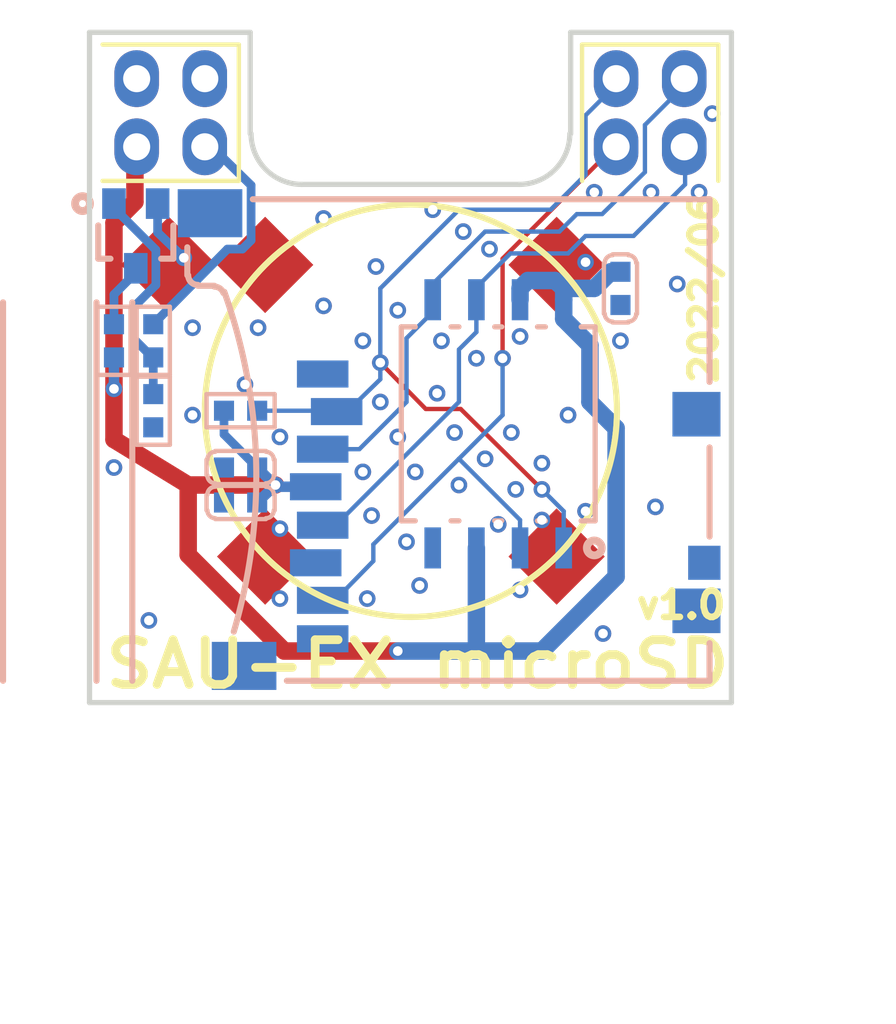
<source format=kicad_pcb>
(kicad_pcb (version 20171130) (host pcbnew "(5.1.6)-1")

  (general
    (thickness 1.6)
    (drawings 17)
    (tracks 162)
    (zones 0)
    (modules 15)
    (nets 12)
  )

  (page A4)
  (layers
    (0 F.Cu signal)
    (31 B.Cu signal)
    (32 B.Adhes user)
    (33 F.Adhes user)
    (34 B.Paste user)
    (35 F.Paste user)
    (36 B.SilkS user)
    (37 F.SilkS user)
    (38 B.Mask user)
    (39 F.Mask user)
    (40 Dwgs.User user)
    (41 Cmts.User user)
    (42 Eco1.User user)
    (43 Eco2.User user)
    (44 Edge.Cuts user)
    (45 Margin user)
    (46 B.CrtYd user)
    (47 F.CrtYd user)
    (48 B.Fab user)
    (49 F.Fab user)
  )

  (setup
    (last_trace_width 0.25)
    (trace_clearance 0.2)
    (zone_clearance 0.508)
    (zone_45_only no)
    (trace_min 0.2)
    (via_size 0.8)
    (via_drill 0.4)
    (via_min_size 0.4)
    (via_min_drill 0.3)
    (uvia_size 0.3)
    (uvia_drill 0.1)
    (uvias_allowed no)
    (uvia_min_size 0.2)
    (uvia_min_drill 0.1)
    (edge_width 0.05)
    (segment_width 0.2)
    (pcb_text_width 0.3)
    (pcb_text_size 1.5 1.5)
    (mod_edge_width 0.12)
    (mod_text_size 1 1)
    (mod_text_width 0.15)
    (pad_size 1.524 1.524)
    (pad_drill 0.762)
    (pad_to_mask_clearance 0.05)
    (aux_axis_origin 0 0)
    (visible_elements FFFFFF7F)
    (pcbplotparams
      (layerselection 0x010fc_ffffffff)
      (usegerberextensions false)
      (usegerberattributes true)
      (usegerberadvancedattributes true)
      (creategerberjobfile true)
      (excludeedgelayer true)
      (linewidth 0.100000)
      (plotframeref false)
      (viasonmask false)
      (mode 1)
      (useauxorigin false)
      (hpglpennumber 1)
      (hpglpenspeed 20)
      (hpglpendiameter 15.000000)
      (psnegative false)
      (psa4output false)
      (plotreference true)
      (plotvalue true)
      (plotinvisibletext false)
      (padsonsilk false)
      (subtractmaskfromsilk false)
      (outputformat 1)
      (mirror false)
      (drillshape 1)
      (scaleselection 1)
      (outputdirectory ""))
  )

  (net 0 "")
  (net 1 NetQ1_3)
  (net 2 NetLS1_1)
  (net 3 NetQ1_1)
  (net 4 PB6_MISO2)
  (net 5 VbatWeek)
  (net 6 SDA1_MOSI2)
  (net 7 SCL1_SCK2)
  (net 8 GPIO_ndef)
  (net 9 SPI2_NSS)
  (net 10 GND)
  (net 11 3V3)

  (net_class Default 这是默认网络类。
    (clearance 0.2)
    (trace_width 0.25)
    (via_dia 0.8)
    (via_drill 0.4)
    (uvia_dia 0.3)
    (uvia_drill 0.1)
    (add_net 3V3)
    (add_net GND)
    (add_net GPIO_ndef)
    (add_net NetLS1_1)
    (add_net NetQ1_1)
    (add_net NetQ1_3)
    (add_net PB6_MISO2)
    (add_net SCL1_SCK2)
    (add_net SDA1_MOSI2)
    (add_net SPI2_NSS)
    (add_net VbatWeek)
  )

  (module R0402_1 (layer B.Cu) (tedit 0) (tstamp 0)
    (at 18.077 11.948)
    (attr smd)
    (fp_text reference R4 (at -0.2286 -2.3368 unlocked) (layer B.SilkS) hide
      (effects (font (size 1.332992 1.40208) (thickness 0.254)) (justify mirror))
    )
    (fp_text value 100K (at -1.2446 1.8288 unlocked) (layer B.SilkS) hide
      (effects (font (size 1.332992 1.40208) (thickness 0.254)) (justify mirror))
    )
    (fp_line (start 0.508 0.254) (end -0.508 0.254) (layer Dwgs.User) (width 0.0762))
    (fp_line (start 0.508 -0.254) (end -0.508 -0.254) (layer Dwgs.User) (width 0.0762))
    (fp_line (start -0.508 0.254) (end -0.508 -0.254) (layer Dwgs.User) (width 0.0762))
    (fp_line (start 0.508 0.254) (end 0.508 -0.254) (layer Dwgs.User) (width 0.0762))
    (fp_line (start 0 0.254) (end 0 -0.254) (layer Dwgs.User) (width 0.0762))
    (fp_line (start 0.254 0) (end -0.254 0) (layer Dwgs.User) (width 0.0762))
    (fp_line (start 0.9906 0.4826) (end -0.9906 0.4826) (layer B.SilkS) (width 0.127))
    (fp_line (start 0.9906 -0.4826) (end -0.9906 -0.4826) (layer B.SilkS) (width 0.127))
    (fp_line (start -0.9906 0.4826) (end -0.9906 -0.4826) (layer B.SilkS) (width 0.127))
    (fp_line (start 0.9906 0.4826) (end 0.9906 -0.4826) (layer B.SilkS) (width 0.127))
    (pad 1 smd rect (at 0.4826 0) (size 0.5842 0.5842) (layers B.Cu B.Paste B.Mask)
      (net 9 SPI2_NSS))
    (pad 2 smd rect (at -0.4826 0) (size 0.5842 0.5842) (layers B.Cu B.Paste B.Mask)
      (net 11 3V3))
  )

  (module R0402_1 (layer B.Cu) (tedit 0) (tstamp 0)
    (at 14.394 9.916 90)
    (attr smd)
    (fp_text reference R1 (at 2.3368 -0.2286 unlocked) (layer B.SilkS) hide
      (effects (font (size 1.332992 1.40208) (thickness 0.254)) (justify mirror))
    )
    (fp_text value 100R (at -1.8288 -1.2446 unlocked) (layer B.SilkS) hide
      (effects (font (size 1.332992 1.40208) (thickness 0.254)) (justify mirror))
    )
    (fp_line (start 0.508 0.254) (end -0.508 0.254) (layer Dwgs.User) (width 0.0762))
    (fp_line (start 0.508 -0.254) (end -0.508 -0.254) (layer Dwgs.User) (width 0.0762))
    (fp_line (start -0.508 0.254) (end -0.508 -0.254) (layer Dwgs.User) (width 0.0762))
    (fp_line (start 0.508 0.254) (end 0.508 -0.254) (layer Dwgs.User) (width 0.0762))
    (fp_line (start 0 0.254) (end 0 -0.254) (layer Dwgs.User) (width 0.0762))
    (fp_line (start 0.254 0) (end -0.254 0) (layer Dwgs.User) (width 0.0762))
    (fp_line (start 0.9906 0.4826) (end -0.9906 0.4826) (layer B.SilkS) (width 0.127))
    (fp_line (start 0.9906 -0.4826) (end -0.9906 -0.4826) (layer B.SilkS) (width 0.127))
    (fp_line (start -0.9906 0.4826) (end -0.9906 -0.4826) (layer B.SilkS) (width 0.127))
    (fp_line (start 0.9906 0.4826) (end 0.9906 -0.4826) (layer B.SilkS) (width 0.127))
    (pad 1 smd rect (at 0.4826 0 90) (size 0.5842 0.5842) (layers B.Cu B.Paste B.Mask)
      (net 1 NetQ1_3))
    (pad 2 smd rect (at -0.4826 0 90) (size 0.5842 0.5842) (layers B.Cu B.Paste B.Mask)
      (net 11 3V3))
  )

  (module WIN_SS-8_WIN-L_1 (layer B.Cu) (tedit 0) (tstamp 0)
    (at 25.57 12.329 270)
    (attr smd)
    (fp_text reference U1 (at -6.1468 -1.778 unlocked) (layer B.SilkS) hide
      (effects (font (size 1.332992 1.40208) (thickness 0.254)) (justify mirror))
    )
    (fp_text value W25Qxx (at 5.6388 0.254 unlocked) (layer B.SilkS) hide
      (effects (font (size 1.332992 1.40208) (thickness 0.254)) (justify mirror))
    )
    (fp_line (start -2.6924 1.651) (end -4.0386 1.651) (layer Dwgs.User) (width 0.0254))
    (fp_line (start -2.6924 0.8636) (end -2.6924 0.381) (layer Dwgs.User) (width 0.0254))
    (fp_line (start 4.0386 -0.381) (end 2.6924 -0.381) (layer Dwgs.User) (width 0.0254))
    (fp_line (start -4.0386 2.1336) (end -4.0386 1.651) (layer Dwgs.User) (width 0.0254))
    (fp_line (start 2.6924 0.8636) (end 2.6924 0.381) (layer Dwgs.User) (width 0.0254))
    (fp_line (start -2.6924 0.8636) (end -4.0386 0.8636) (layer Dwgs.User) (width 0.0254))
    (fp_line (start 4.0386 -0.381) (end 4.0386 -0.8636) (layer Dwgs.User) (width 0.0254))
    (fp_line (start 4.0386 0.381) (end 2.6924 0.381) (layer Dwgs.User) (width 0.0254))
    (fp_line (start -2.6924 0.381) (end -4.0386 0.381) (layer Dwgs.User) (width 0.0254))
    (fp_line (start -2.6924 -0.381) (end -2.6924 -0.8636) (layer Dwgs.User) (width 0.0254))
    (fp_line (start 4.0386 0.8636) (end 2.6924 0.8636) (layer Dwgs.User) (width 0.0254))
    (fp_line (start -4.0386 0.8636) (end -4.0386 0.381) (layer Dwgs.User) (width 0.0254))
    (fp_line (start 2.6924 2.1336) (end 2.6924 1.651) (layer Dwgs.User) (width 0.0254))
    (fp_line (start -2.6924 -0.381) (end -4.0386 -0.381) (layer Dwgs.User) (width 0.0254))
    (fp_line (start 4.0386 0.8636) (end 4.0386 0.381) (layer Dwgs.User) (width 0.0254))
    (fp_line (start 4.0386 1.651) (end 2.6924 1.651) (layer Dwgs.User) (width 0.0254))
    (fp_line (start 2.6924 -1.651) (end 2.6924 -2.1336) (layer Dwgs.User) (width 0.0254))
    (fp_line (start -2.6924 2.6924) (end -2.6924 -2.6924) (layer Dwgs.User) (width 0.0254))
    (fp_line (start -2.6924 -0.8636) (end -4.0386 -0.8636) (layer Dwgs.User) (width 0.0254))
    (fp_line (start -2.6924 -1.651) (end -2.6924 -2.1336) (layer Dwgs.User) (width 0.0254))
    (fp_line (start 4.0386 2.1336) (end 2.6924 2.1336) (layer Dwgs.User) (width 0.0254))
    (fp_line (start -4.0386 -0.381) (end -4.0386 -0.8636) (layer Dwgs.User) (width 0.0254))
    (fp_line (start 2.6924 -2.6924) (end -2.6924 -2.6924) (layer Dwgs.User) (width 0.0254))
    (fp_line (start 4.0386 -2.1336) (end 2.6924 -2.1336) (layer Dwgs.User) (width 0.0254))
    (fp_line (start 2.6924 2.6924) (end 2.6924 -2.6924) (layer Dwgs.User) (width 0.0254))
    (fp_line (start -2.6924 -1.651) (end -4.0386 -1.651) (layer Dwgs.User) (width 0.0254))
    (fp_line (start 4.0386 2.1336) (end 4.0386 1.651) (layer Dwgs.User) (width 0.0254))
    (fp_line (start -2.6924 -2.1336) (end -4.0386 -2.1336) (layer Dwgs.User) (width 0.0254))
    (fp_line (start -4.0386 -1.651) (end -4.0386 -2.1336) (layer Dwgs.User) (width 0.0254))
    (fp_line (start -2.6924 2.1336) (end -2.6924 1.651) (layer Dwgs.User) (width 0.0254))
    (fp_line (start 4.0386 -1.651) (end 2.6924 -1.651) (layer Dwgs.User) (width 0.0254))
    (fp_line (start 2.6924 -0.381) (end 2.6924 -0.8636) (layer Dwgs.User) (width 0.0254))
    (fp_line (start -2.6924 2.1336) (end -4.0386 2.1336) (layer Dwgs.User) (width 0.0254))
    (fp_line (start 4.0386 -1.651) (end 4.0386 -2.1336) (layer Dwgs.User) (width 0.0254))
    (fp_line (start 4.0386 -0.8636) (end 2.6924 -0.8636) (layer Dwgs.User) (width 0.0254))
    (fp_line (start 4.2926 2.2352) (end 4.2926 -2.2352) (layer Dwgs.User) (width 0.1524))
    (fp_line (start -2.794 2.2352) (end -4.2926 2.2352) (layer Dwgs.User) (width 0.1524))
    (fp_line (start 2.794 2.794) (end 2.794 2.2352) (layer Dwgs.User) (width 0.1524))
    (fp_line (start 4.2926 2.2352) (end 2.794 2.2352) (layer Dwgs.User) (width 0.1524))
    (fp_line (start 2.794 -2.2352) (end 2.794 -2.794) (layer Dwgs.User) (width 0.1524))
    (fp_line (start 2.794 -2.794) (end -2.794 -2.794) (layer Dwgs.User) (width 0.1524))
    (fp_line (start -2.794 -2.2352) (end -2.794 -2.794) (layer Dwgs.User) (width 0.1524))
    (fp_line (start -4.2926 2.2352) (end -4.2926 -2.2352) (layer Dwgs.User) (width 0.1524))
    (fp_line (start -2.794 -2.2352) (end -4.2926 -2.2352) (layer Dwgs.User) (width 0.1524))
    (fp_line (start -2.794 2.794) (end -2.794 2.2352) (layer Dwgs.User) (width 0.1524))
    (fp_line (start 4.2926 -2.2352) (end 2.794 -2.2352) (layer Dwgs.User) (width 0.1524))
    (fp_line (start 2.794 2.794) (end -2.794 2.794) (layer Dwgs.User) (width 0.1524))
    (fp_line (start -2.8194 1.3716) (end -2.8194 1.143) (layer B.SilkS) (width 0.1524))
    (fp_line (start 2.8194 0.1016) (end 2.8194 -0.1016) (layer B.SilkS) (width 0.1524))
    (fp_line (start -2.8194 0.1016) (end -2.8194 -0.1016) (layer B.SilkS) (width 0.1524))
    (fp_line (start 2.8194 1.3716) (end 2.8194 1.143) (layer B.SilkS) (width 0.1524))
    (fp_line (start -2.8194 -1.143) (end -2.8194 -1.3716) (layer B.SilkS) (width 0.1524))
    (fp_line (start 2.8194 2.8194) (end 2.8194 2.413) (layer B.SilkS) (width 0.1524))
    (fp_line (start 2.8194 -2.413) (end 2.8194 -2.8194) (layer B.SilkS) (width 0.1524))
    (fp_line (start 2.8194 -2.8194) (end -2.8194 -2.8194) (layer B.SilkS) (width 0.1524))
    (fp_line (start -2.8194 -2.413) (end -2.8194 -2.8194) (layer B.SilkS) (width 0.1524))
    (fp_line (start -2.8194 2.8194) (end -2.8194 2.413) (layer B.SilkS) (width 0.1524))
    (fp_line (start 2.8194 -1.143) (end 2.8194 -1.3716) (layer B.SilkS) (width 0.1524))
    (fp_line (start 2.8194 2.8194) (end -2.8194 2.8194) (layer B.SilkS) (width 0.1524))
    (fp_arc (start 0 -2.6924) (end 0.3048 -2.6924) (angle 180) (layer Dwgs.User) (width 0))
    (fp_arc (start 3.6068 -2.794) (end 3.5052 -2.794) (angle 360) (layer B.SilkS) (width 0.2286))
    (pad 1 smd rect (at 3.6068 -1.905 270) (size 1.1938 0.4826) (layers B.Cu B.Paste B.Mask)
      (net 9 SPI2_NSS))
    (pad 2 smd rect (at 3.6068 -0.635 270) (size 1.1938 0.4826) (layers B.Cu B.Paste B.Mask)
      (net 4 PB6_MISO2))
    (pad 3 smd rect (at 3.6068 0.635 270) (size 1.1938 0.4826) (layers B.Cu B.Paste B.Mask)
      (net 11 3V3))
    (pad 4 smd rect (at 3.6068 1.905 270) (size 1.1938 0.4826) (layers B.Cu B.Paste B.Mask)
      (net 10 GND))
    (pad 5 smd rect (at -3.6068 1.905 270) (size 1.1938 0.4826) (layers B.Cu B.Paste B.Mask)
      (net 6 SDA1_MOSI2))
    (pad 6 smd rect (at -3.6068 0.635 270) (size 1.1938 0.4826) (layers B.Cu B.Paste B.Mask)
      (net 7 SCL1_SCK2))
    (pad 7 smd rect (at -3.6068 -0.635 270) (size 1.1938 0.4826) (layers B.Cu B.Paste B.Mask)
      (net 11 3V3))
    (pad 8 smd rect (at -3.6068 -1.905 270) (size 1.1938 0.4826) (layers B.Cu B.Paste B.Mask)
      (net 11 3V3))
  )

  (module C0402_1 (layer B.Cu) (tedit 0) (tstamp 0)
    (at 29.126 8.392 90)
    (attr smd)
    (fp_text reference C3 (at 2.3368 -0.2286 unlocked) (layer B.SilkS) hide
      (effects (font (size 1.332992 1.40208) (thickness 0.254)) (justify mirror))
    )
    (fp_text value 100nF (at -1.8288 -1.7526 unlocked) (layer B.SilkS) hide
      (effects (font (size 1.332992 1.40208) (thickness 0.254)) (justify mirror))
    )
    (fp_line (start 0.508 0.254) (end -0.508 0.254) (layer Dwgs.User) (width 0.0762))
    (fp_line (start 0.508 -0.254) (end -0.508 -0.254) (layer Dwgs.User) (width 0.0762))
    (fp_line (start -0.508 0.254) (end -0.508 -0.254) (layer Dwgs.User) (width 0.0762))
    (fp_line (start 0.508 0.254) (end 0.508 -0.254) (layer Dwgs.User) (width 0.0762))
    (fp_line (start 0 0.254) (end 0 -0.254) (layer Dwgs.User) (width 0.0762))
    (fp_line (start 0.254 0) (end -0.254 0) (layer Dwgs.User) (width 0.0762))
    (fp_line (start 0.9906 0.2286) (end 0.9906 -0.2286) (layer B.SilkS) (width 0.127))
    (fp_line (start 0.7366 0.4826) (end -0.7366 0.4826) (layer B.SilkS) (width 0.127))
    (fp_line (start 0.7366 -0.4826) (end -0.7366 -0.4826) (layer B.SilkS) (width 0.127))
    (fp_line (start -0.9906 0.2286) (end -0.9906 -0.2286) (layer B.SilkS) (width 0.127))
    (fp_arc (start 0.7366 -0.2286) (end 0.7366 -0.4572) (angle 90) (layer B.SilkS) (width 0.127))
    (fp_arc (start 0.7366 0.2286) (end 0.9652 0.2286) (angle 90) (layer B.SilkS) (width 0.127))
    (fp_arc (start -0.7366 -0.2286) (end -0.9652 -0.2286) (angle 90) (layer B.SilkS) (width 0.127))
    (fp_arc (start -0.7366 0.2286) (end -0.7366 0.4572) (angle 90) (layer B.SilkS) (width 0.127))
    (pad 1 smd rect (at 0.4826 0 90) (size 0.5842 0.5842) (layers B.Cu B.Paste B.Mask)
      (net 11 3V3))
    (pad 2 smd rect (at -0.4826 0 90) (size 0.5842 0.5842) (layers B.Cu B.Paste B.Mask)
      (net 10 GND))
  )

  (module MOLEX_473521001_MICROSD_CARD_1 (layer B.Cu) (tedit 0) (tstamp 0)
    (at 31.7168 19.7966)
    (attr smd)
    (fp_text reference SD1 (at -18.3642 -16.1036 unlocked) (layer B.SilkS) hide
      (effects (font (size 1.332992 1.40208) (thickness 0.254)) (justify mirror))
    )
    (fp_text value Molex_473521001_microSD_Card (at -24.1046 15.113 unlocked) (layer B.SilkS) hide
      (effects (font (size 1.332992 1.40208) (thickness 0.254)) (justify mirror))
    )
    (fp_line (start 0 -13.7414) (end -6.477 -13.7414) (layer F.Fab) (width 0.1524))
    (fp_line (start 0 -13.9954) (end -6.5786 -13.9954) (layer F.Fab) (width 0.1524))
    (fp_line (start -11.5824 -5.6896) (end -11.5824 -8.9916) (layer F.Fab) (width 0.1524))
    (fp_line (start -10.0838 -9.2964) (end -11.2776 -9.2964) (layer F.Fab) (width 0.1524))
    (fp_line (start -6.477 -13.7414) (end -6.477 -13.97) (layer F.Fab) (width 0.1524))
    (fp_line (start -6.5278 -13.9954) (end -6.5278 -13.9954) (layer F.Fab) (width 0.1524))
    (fp_line (start -6.5278 -13.9954) (end -6.5278 -13.9954) (layer F.Fab) (width 0.1524))
    (fp_line (start -6.5278 -13.9954) (end -6.5278 -13.9954) (layer F.Fab) (width 0.1524))
    (fp_line (start -6.5278 -13.9954) (end -6.5278 -13.9954) (layer F.Fab) (width 0.1524))
    (fp_line (start -6.5278 -13.9954) (end -6.5278 -13.9954) (layer F.Fab) (width 0.1524))
    (fp_line (start -6.5278 -13.9954) (end -6.5278 -13.9954) (layer F.Fab) (width 0.1524))
    (fp_line (start -6.5278 -13.9954) (end -6.5278 -13.9954) (layer F.Fab) (width 0.1524))
    (fp_line (start -6.5278 -13.9954) (end -6.5278 -13.9954) (layer F.Fab) (width 0.1524))
    (fp_line (start -6.5278 -13.9954) (end -6.5532 -13.9954) (layer F.Fab) (width 0.1524))
    (fp_line (start -6.5532 -13.9954) (end -6.5532 -13.9954) (layer F.Fab) (width 0.1524))
    (fp_line (start -6.5532 -13.9954) (end -6.5532 -13.9954) (layer F.Fab) (width 0.1524))
    (fp_line (start -6.5532 -13.9954) (end -6.5532 -13.9954) (layer F.Fab) (width 0.1524))
    (fp_line (start -6.5532 -13.9954) (end -6.5532 -13.9954) (layer F.Fab) (width 0.1524))
    (fp_line (start -6.5532 -13.9954) (end -6.5532 -13.9954) (layer F.Fab) (width 0.1524))
    (fp_line (start -6.5532 -13.9954) (end -6.5532 -13.9954) (layer F.Fab) (width 0.1524))
    (fp_line (start -6.5532 -13.9954) (end -6.5532 -13.9954) (layer F.Fab) (width 0.1524))
    (fp_line (start -6.5786 -13.843) (end -6.5786 -13.9954) (layer F.Fab) (width 0.1524))
    (fp_line (start -6.5532 -13.9954) (end -6.5786 -13.9954) (layer F.Fab) (width 0.1524))
    (fp_line (start -6.5786 -13.9954) (end -6.5786 -13.9954) (layer F.Fab) (width 0.1524))
    (fp_line (start -6.5786 -13.9954) (end -6.5786 -13.9954) (layer F.Fab) (width 0.1524))
    (fp_line (start -6.5786 -13.9954) (end -6.5786 -13.9954) (layer F.Fab) (width 0.1524))
    (fp_line (start -6.5786 -13.9954) (end -6.5786 -13.9954) (layer F.Fab) (width 0.1524))
    (fp_line (start -6.5786 -13.9954) (end -6.5786 -13.9954) (layer F.Fab) (width 0.1524))
    (fp_line (start -6.5786 -13.9954) (end -6.5786 -13.9954) (layer F.Fab) (width 0.1524))
    (fp_line (start -7.5946 -13.7922) (end -7.5946 -13.843) (layer F.Fab) (width 0.1524))
    (fp_line (start -1.7272 0.0254) (end -1.7272 0) (layer F.Fab) (width 0.1524))
    (fp_line (start -7.5946 -13.9954) (end -7.5946 -14.0462) (layer F.Fab) (width 0.1524))
    (fp_line (start -8.5852 -13.7922) (end -8.5852 -13.843) (layer F.Fab) (width 0.1524))
    (fp_line (start -7.5946 -14.0462) (end -8.5852 -14.0462) (layer F.Fab) (width 0.1524))
    (fp_line (start -8.5852 -13.9954) (end -8.5852 -14.0462) (layer F.Fab) (width 0.1524))
    (fp_line (start -13.589 -9.4742) (end -14.3764 -9.4742) (layer F.Fab) (width 0.1524))
    (fp_line (start -13.843 -10.4394) (end -14.2748 -10.4394) (layer F.Fab) (width 0.1524))
    (fp_line (start -13.9954 -10.4394) (end -13.9954 -10.7696) (layer F.Fab) (width 0.1524))
    (fp_line (start -13.97 -10.8204) (end -13.97 -10.8204) (layer F.Fab) (width 0.1524))
    (fp_line (start -13.9192 -10.7188) (end -14.097 -10.8712) (layer F.Fab) (width 0.1524))
    (fp_line (start -14.2748 -10.4394) (end -14.5288 -10.6934) (layer F.Fab) (width 0.1524))
    (fp_line (start -14.3764 -9.4742) (end -15.1384 -10.2362) (layer F.Fab) (width 0.1524))
    (fp_line (start -14.5288 -10.4394) (end -14.7828 -10.4394) (layer F.Fab) (width 0.1524))
    (fp_line (start -14.5288 -10.4394) (end -14.5288 -10.6934) (layer F.Fab) (width 0.1524))
    (fp_line (start -14.7828 -10.4394) (end -14.986 -10.4394) (layer F.Fab) (width 0.1524))
    (fp_line (start -15.1384 -10.2362) (end -15.1892 -10.287) (layer F.Fab) (width 0.1524))
    (fp_line (start -11.5824 -13.7922) (end -11.5824 -13.843) (layer F.Fab) (width 0.1524))
    (fp_line (start -15.1384 -10.2362) (end -15.1384 -10.4394) (layer F.Fab) (width 0.1524))
    (fp_line (start -14.986 -10.4394) (end -15.1384 -10.4394) (layer F.Fab) (width 0.1524))
    (fp_line (start -14.7828 -10.4394) (end -14.7828 -10.9474) (layer F.Fab) (width 0.1524))
    (fp_line (start -14.097 -10.8712) (end -14.5288 -11.2268) (layer F.Fab) (width 0.1524))
    (fp_line (start -14.5288 -10.6934) (end -14.7828 -10.9474) (layer F.Fab) (width 0.1524))
    (fp_line (start -11.5824 -13.9954) (end -11.5824 -14.0462) (layer F.Fab) (width 0.1524))
    (fp_line (start -6.5786 -13.843) (end -12.4968 -13.843) (layer F.Fab) (width 0.1524))
    (fp_line (start -6.5024 -13.7922) (end -12.573 -13.7922) (layer F.Fab) (width 0.1524))
    (fp_line (start -6.5786 -13.9954) (end -12.4968 -13.9954) (layer F.Fab) (width 0.1524))
    (fp_line (start -14.605 -11.3792) (end -14.605 -11.4808) (layer F.Fab) (width 0.1524))
    (fp_line (start -14.605 -11.4808) (end -14.605 -11.4808) (layer F.Fab) (width 0.1524))
    (fp_line (start -14.7828 -10.9474) (end -14.7828 -11.4808) (layer F.Fab) (width 0.1524))
    (fp_line (start -14.986 -10.4394) (end -14.986 -11.3538) (layer F.Fab) (width 0.1524))
    (fp_line (start -14.9352 -11.3538) (end -14.986 -11.3538) (layer F.Fab) (width 0.1524))
    (fp_line (start -14.4018 -11.4808) (end -14.8844 -11.4808) (layer F.Fab) (width 0.1524))
    (fp_line (start -0.2794 -1.5748) (end -0.5842 -1.5748) (layer F.Fab) (width 0.1524))
    (fp_line (start 0 -1.8796) (end 0 -2.1844) (layer F.Fab) (width 0.1524))
    (fp_line (start -12.4968 -13.843) (end -12.4968 -13.9954) (layer F.Fab) (width 0.1524))
    (fp_line (start -15.1892 -10.287) (end -15.1892 -11.557) (layer F.Fab) (width 0.1524))
    (fp_line (start -12.5222 -13.9954) (end -12.5222 -13.9954) (layer F.Fab) (width 0.1524))
    (fp_line (start -12.5984 -13.7414) (end -12.5984 -13.97) (layer F.Fab) (width 0.1524))
    (fp_line (start -11.5824 -14.0462) (end -12.5984 -14.0462) (layer F.Fab) (width 0.1524))
    (fp_line (start -14.986 -11.3538) (end -15.1892 -11.557) (layer F.Fab) (width 0.1524))
    (fp_line (start -12.5984 -13.9954) (end -12.5984 -14.0462) (layer F.Fab) (width 0.1524))
    (fp_line (start -13.7414 -12.9032) (end -13.7668 -12.9032) (layer F.Fab) (width 0.1524))
    (fp_line (start -0.2794 -1.2954) (end -0.9906 -1.2954) (layer F.Fab) (width 0.1524))
    (fp_line (start -15.1892 -11.557) (end -15.1892 -11.7856) (layer F.Fab) (width 0.1524))
    (fp_line (start -13.8684 -13.0302) (end -13.8938 -13.0302) (layer F.Fab) (width 0.1524))
    (fp_line (start -13.8938 -13.0302) (end -13.8938 -13.0556) (layer F.Fab) (width 0.1524))
    (fp_line (start -13.8938 -13.0302) (end -13.8938 -13.0556) (layer F.Fab) (width 0.1524))
    (fp_line (start -13.8938 -13.0556) (end -13.8938 -13.0556) (layer F.Fab) (width 0.1524))
    (fp_line (start -13.8938 -13.0556) (end -13.8938 -13.0556) (layer F.Fab) (width 0.1524))
    (fp_line (start -13.8938 -13.0556) (end -13.8938 -13.0556) (layer F.Fab) (width 0.1524))
    (fp_line (start -13.7414 -13.081) (end -13.8938 -13.081) (layer F.Fab) (width 0.1524))
    (fp_line (start -13.8938 -13.0556) (end -13.8938 -13.081) (layer F.Fab) (width 0.1524))
    (fp_line (start -13.8938 -13.081) (end -13.8938 -13.081) (layer F.Fab) (width 0.1524))
    (fp_line (start -13.8938 -13.081) (end -13.8938 -13.081) (layer F.Fab) (width 0.1524))
    (fp_line (start -12.5984 -13.7414) (end -13.4874 -13.7414) (layer F.Fab) (width 0.1524))
    (fp_line (start -13.8938 -13.081) (end -13.8938 -13.2842) (layer F.Fab) (width 0.1524))
    (fp_line (start -13.4874 -13.081) (end -13.4874 -13.7414) (layer F.Fab) (width 0.1524))
    (fp_line (start -13.8938 -13.2842) (end -13.8938 -13.3858) (layer F.Fab) (width 0.1524))
    (fp_line (start -13.7414 -12.9032) (end -13.7414 -13.6398) (layer F.Fab) (width 0.1524))
    (fp_line (start -13.4874 -13.6398) (end -13.7414 -13.6398) (layer F.Fab) (width 0.1524))
    (fp_line (start -12.4968 -13.9954) (end -13.4874 -13.9954) (layer F.Fab) (width 0.1524))
    (fp_line (start -13.4874 -13.7414) (end -13.4874 -13.9954) (layer F.Fab) (width 0.1524))
    (fp_line (start -13.4874 -13.7922) (end -13.7414 -13.7922) (layer F.Fab) (width 0.1524))
    (fp_line (start -13.7414 -13.6398) (end -13.7414 -13.7922) (layer F.Fab) (width 0.1524))
    (fp_line (start -13.8938 -13.3858) (end -13.8938 -13.6906) (layer F.Fab) (width 0.1524))
    (fp_line (start -15.1892 -11.7856) (end -15.1892 -13.0302) (layer F.Fab) (width 0.1524))
    (fp_line (start -13.8684 -13.0302) (end -15.1892 -13.0302) (layer F.Fab) (width 0.1524))
    (fp_line (start -13.8938 -13.2842) (end -15.1892 -13.2842) (layer F.Fab) (width 0.1524))
    (fp_line (start -15.1892 -13.0302) (end -15.1892 -13.2842) (layer F.Fab) (width 0.1524))
    (fp_line (start -13.8938 -13.3858) (end -15.1892 -13.3858) (layer F.Fab) (width 0.1524))
    (fp_line (start -15.1892 -13.2842) (end -15.1892 -13.3858) (layer F.Fab) (width 0.1524))
    (fp_line (start 0 -1.397) (end -1.1176 -1.397) (layer F.Fab) (width 0.1524))
    (fp_line (start -14.1986 -13.9954) (end -14.8844 -13.9954) (layer F.Fab) (width 0.1524))
    (fp_line (start -15.1892 -13.3858) (end -15.1892 -13.6906) (layer F.Fab) (width 0.1524))
    (fp_line (start -0.9398 -1.397) (end -0.9398 -1.5748) (layer F.Fab) (width 0.1524))
    (fp_line (start -0.6858 -1.5748) (end -0.9398 -1.5748) (layer F.Fab) (width 0.1524))
    (fp_line (start -0.9398 -1.5748) (end -0.9906 -1.5748) (layer F.Fab) (width 0.1524))
    (fp_line (start -1.7272 0.0254) (end -3.048 0.0254) (layer F.Fab) (width 0.1524))
    (fp_line (start -3.048 0.0254) (end -3.048 0) (layer F.Fab) (width 0.1524))
    (fp_line (start -0.5842 -1.5748) (end -0.5842 -2.4892) (layer F.Fab) (width 0.1524))
    (fp_line (start -0.2794 -2.4892) (end -0.5842 -2.4892) (layer F.Fab) (width 0.1524))
    (fp_line (start -0.6858 -1.5748) (end -0.6858 -2.4892) (layer F.Fab) (width 0.1524))
    (fp_line (start -0.5842 -2.4892) (end -0.6858 -2.4892) (layer F.Fab) (width 0.1524))
    (fp_line (start -0.9398 -1.5748) (end -0.9398 -2.4892) (layer F.Fab) (width 0.1524))
    (fp_line (start -0.9398 -2.4892) (end -0.9906 -2.4892) (layer F.Fab) (width 0.1524))
    (fp_line (start 0 -3.1242) (end -0.381 -3.1242) (layer F.Fab) (width 0.1524))
    (fp_line (start -0.381 -3.1242) (end -0.508 -3.1242) (layer F.Fab) (width 0.1524))
    (fp_line (start -0.508 -3.1242) (end -0.5334 -3.1242) (layer F.Fab) (width 0.1524))
    (fp_line (start 0 -3.1242) (end 0 -3.7338) (layer F.Fab) (width 0.1524))
    (fp_line (start -0.5334 -3.1242) (end -0.762 -3.1242) (layer F.Fab) (width 0.1524))
    (fp_line (start -0.762 -3.1242) (end -0.9398 -3.1242) (layer F.Fab) (width 0.1524))
    (fp_line (start -0.381 -3.1242) (end -0.381 -3.7338) (layer F.Fab) (width 0.1524))
    (fp_line (start 0 -3.7338) (end -0.381 -3.7338) (layer F.Fab) (width 0.1524))
    (fp_line (start -0.508 -3.1242) (end -0.508 -3.7338) (layer F.Fab) (width 0.1524))
    (fp_line (start -0.5334 -3.1242) (end -0.5334 -3.7338) (layer F.Fab) (width 0.1524))
    (fp_line (start -0.508 -3.7338) (end -0.5334 -3.7338) (layer F.Fab) (width 0.1524))
    (fp_line (start -0.762 -3.1242) (end -0.762 -3.7338) (layer F.Fab) (width 0.1524))
    (fp_line (start -0.762 -3.7338) (end -0.9398 -3.7338) (layer F.Fab) (width 0.1524))
    (fp_line (start -0.9398 -2.4892) (end -0.9398 -4.0386) (layer F.Fab) (width 0.1524))
    (fp_line (start -1.143 -2.6416) (end -1.143 -3.8862) (layer F.Fab) (width 0.1524))
    (fp_line (start 0 -4.5212) (end -0.3556 -4.5212) (layer F.Fab) (width 0.1524))
    (fp_line (start -3.683 -1.1176) (end -3.683 -1.3208) (layer F.Fab) (width 0.1524))
    (fp_line (start -0.9398 -4.0386) (end -0.9906 -4.0386) (layer F.Fab) (width 0.1524))
    (fp_line (start -0.3556 -4.5212) (end -0.635 -4.5212) (layer F.Fab) (width 0.1524))
    (fp_line (start -0.635 -4.318) (end -0.635 -4.7752) (layer F.Fab) (width 0.1524))
    (fp_line (start -3.683 -2.2352) (end -3.683 -2.4384) (layer F.Fab) (width 0.1524))
    (fp_line (start -3.8862 -0.9398) (end -5.4864 -0.9398) (layer F.Fab) (width 0.1524))
    (fp_line (start -0.3556 -4.5212) (end -0.3556 -6.0706) (layer F.Fab) (width 0.1524))
    (fp_line (start -0.635 -5.0038) (end -0.635 -6.0198) (layer F.Fab) (width 0.1524))
    (fp_line (start -0.6858 -4.9784) (end -0.6858 -6.0198) (layer F.Fab) (width 0.1524))
    (fp_line (start 0 0) (end 0 -0.2286) (layer F.Fab) (width 0.1524))
    (fp_line (start -3.8862 -1.524) (end -5.4864 -1.524) (layer F.Fab) (width 0.1524))
    (fp_line (start -0.3556 -6.0706) (end -0.7112 -6.0706) (layer F.Fab) (width 0.1524))
    (fp_line (start 0 -4.5212) (end 0 -7.0866) (layer F.Fab) (width 0.1524))
    (fp_line (start -5.6896 -1.1176) (end -5.6896 -1.3208) (layer F.Fab) (width 0.1524))
    (fp_line (start -3.683 -3.3274) (end -3.683 -3.5306) (layer F.Fab) (width 0.1524))
    (fp_line (start -3.8862 -2.032) (end -5.4864 -2.032) (layer F.Fab) (width 0.1524))
    (fp_line (start -0.635 -6.2484) (end -0.635 -6.6802) (layer F.Fab) (width 0.1524))
    (fp_line (start -3.8862 -2.6162) (end -5.4864 -2.6162) (layer F.Fab) (width 0.1524))
    (fp_line (start -0.2794 -7.2898) (end -0.5842 -7.2898) (layer F.Fab) (width 0.1524))
    (fp_line (start 0 -7.5946) (end 0 -7.8994) (layer F.Fab) (width 0.1524))
    (fp_line (start -8.128 0.0254) (end -8.128 0) (layer F.Fab) (width 0.1524))
    (fp_line (start -5.6896 -2.2352) (end -5.6896 -2.4384) (layer F.Fab) (width 0.1524))
    (fp_line (start -0.9398 -6.985) (end -0.9906 -6.985) (layer F.Fab) (width 0.1524))
    (fp_line (start 0 -7.0866) (end -1.1176 -7.0866) (layer F.Fab) (width 0.1524))
    (fp_line (start -3.683 -4.4196) (end -3.683 -4.6228) (layer F.Fab) (width 0.1524))
    (fp_line (start -0.9906 -7.0866) (end -0.9906 -7.2898) (layer F.Fab) (width 0.1524))
    (fp_line (start -0.9398 -7.2898) (end -0.9906 -7.2898) (layer F.Fab) (width 0.1524))
    (fp_line (start -3.8862 -3.1242) (end -5.4864 -3.1242) (layer F.Fab) (width 0.1524))
    (fp_line (start -0.5842 -7.2898) (end -0.5842 -8.1788) (layer F.Fab) (width 0.1524))
    (fp_line (start 0 -8.382) (end 0 -8.7884) (layer F.Fab) (width 0.1524))
    (fp_line (start -0.2794 -8.1788) (end -0.5842 -8.1788) (layer F.Fab) (width 0.1524))
    (fp_line (start -0.6858 -7.2898) (end -0.6858 -8.1788) (layer F.Fab) (width 0.1524))
    (fp_line (start -0.5842 -8.1788) (end -0.6858 -8.1788) (layer F.Fab) (width 0.1524))
    (fp_line (start -3.8862 -3.7338) (end -5.4864 -3.7338) (layer F.Fab) (width 0.1524))
    (fp_line (start -8.128 0.0254) (end -9.4488 0.0254) (layer F.Fab) (width 0.1524))
    (fp_line (start -0.9398 -7.2898) (end -0.9398 -8.1788) (layer F.Fab) (width 0.1524))
    (fp_line (start -5.6896 -3.3274) (end -5.6896 -3.5306) (layer F.Fab) (width 0.1524))
    (fp_line (start -0.6858 -8.1788) (end -0.9398 -8.1788) (layer F.Fab) (width 0.1524))
    (fp_line (start 0 -8.7884) (end 0 -9.144) (layer F.Fab) (width 0.1524))
    (fp_line (start -9.4488 0.0254) (end -9.4488 0) (layer F.Fab) (width 0.1524))
    (fp_line (start -0.9398 -8.1788) (end -0.9906 -8.1788) (layer F.Fab) (width 0.1524))
    (fp_line (start -3.683 -5.5372) (end -3.683 -5.715) (layer F.Fab) (width 0.1524))
    (fp_line (start -0.9906 -8.1788) (end -0.9906 -8.382) (layer F.Fab) (width 0.1524))
    (fp_line (start 0 -9.144) (end 0 -9.3726) (layer F.Fab) (width 0.1524))
    (fp_line (start 0 -8.382) (end -1.1176 -8.382) (layer F.Fab) (width 0.1524))
    (fp_line (start -0.2794 -8.4836) (end -0.9906 -8.4836) (layer F.Fab) (width 0.1524))
    (fp_line (start -3.8862 -4.2164) (end -5.4864 -4.2164) (layer F.Fab) (width 0.1524))
    (fp_line (start -3.8862 -4.826) (end -5.4864 -4.826) (layer F.Fab) (width 0.1524))
    (fp_line (start -5.6896 -4.4196) (end -5.6896 -4.6228) (layer F.Fab) (width 0.1524))
    (fp_line (start 0 -9.3726) (end 0 -10.3886) (layer F.Fab) (width 0.1524))
    (fp_line (start -0.0254 -9.3472) (end -0.0254 -10.3886) (layer F.Fab) (width 0.1524))
    (fp_line (start -3.683 -6.6294) (end -3.683 -6.8326) (layer F.Fab) (width 0.1524))
    (fp_line (start 0 -10.3886) (end -0.0254 -10.3886) (layer F.Fab) (width 0.1524))
    (fp_line (start -3.8862 -5.334) (end -5.4864 -5.334) (layer F.Fab) (width 0.1524))
    (fp_line (start 0 -10.3886) (end 0 -10.5664) (layer F.Fab) (width 0.1524))
    (fp_line (start -0.0254 -10.3886) (end -0.2286 -10.3886) (layer F.Fab) (width 0.1524))
    (fp_line (start 0 -10.5664) (end -0.381 -10.5664) (layer F.Fab) (width 0.1524))
    (fp_line (start -0.1778 -10.5664) (end -0.1778 -10.7696) (layer F.Fab) (width 0.1524))
    (fp_line (start 0 -10.7696) (end -0.2286 -10.7696) (layer F.Fab) (width 0.1524))
    (fp_line (start -0.381 -10.5664) (end -0.381 -10.7188) (layer F.Fab) (width 0.1524))
    (fp_line (start -3.8862 -5.9182) (end -5.4864 -5.9182) (layer F.Fab) (width 0.1524))
    (fp_line (start -5.6896 -5.5372) (end -5.6896 -5.715) (layer F.Fab) (width 0.1524))
    (fp_line (start -3.683 -7.7216) (end -3.683 -7.9248) (layer F.Fab) (width 0.1524))
    (fp_line (start -3.8862 -6.4262) (end -5.4864 -6.4262) (layer F.Fab) (width 0.1524))
    (fp_line (start -10.0838 -0.889) (end -11.2776 -0.889) (layer F.Fab) (width 0.1524))
    (fp_line (start -3.8862 -7.0358) (end -5.4864 -7.0358) (layer F.Fab) (width 0.1524))
    (fp_line (start -5.6896 -6.6294) (end -5.6896 -6.8326) (layer F.Fab) (width 0.1524))
    (fp_line (start 0 0) (end -14.1986 0) (layer F.Fab) (width 0.1524))
    (fp_line (start -3.683 -8.8392) (end -3.683 -9.017) (layer F.Fab) (width 0.1524))
    (fp_line (start 0 -0.2286) (end -14.1986 -0.2286) (layer F.Fab) (width 0.1524))
    (fp_line (start 0 -10.7696) (end 0 -12.9794) (layer F.Fab) (width 0.1524))
    (fp_line (start -3.8862 -7.5184) (end -5.4864 -7.5184) (layer F.Fab) (width 0.1524))
    (fp_line (start -0.2286 -10.7696) (end -0.2286 -12.9794) (layer F.Fab) (width 0.1524))
    (fp_line (start 0 -12.9794) (end -0.2286 -12.9794) (layer F.Fab) (width 0.1524))
    (fp_line (start -3.8862 -8.128) (end -5.4864 -8.128) (layer F.Fab) (width 0.1524))
    (fp_line (start -0.1778 -12.9794) (end -0.1778 -13.1826) (layer F.Fab) (width 0.1524))
    (fp_line (start 0 -13.1826) (end 0 -13.3858) (layer F.Fab) (width 0.1524))
    (fp_line (start -5.6896 -7.7216) (end -5.6896 -7.9248) (layer F.Fab) (width 0.1524))
    (fp_line (start 0 -0.2286) (end 0 -0.9906) (layer F.Fab) (width 0.1524))
    (fp_line (start 0 -13.1826) (end -0.381 -13.1826) (layer F.Fab) (width 0.1524))
    (fp_line (start -0.381 -13.0302) (end -0.381 -13.1826) (layer F.Fab) (width 0.1524))
    (fp_line (start -9.779 -1.1938) (end -9.779 -4.4958) (layer F.Fab) (width 0.1524))
    (fp_line (start 0 -13.3858) (end -0.2286 -13.3858) (layer F.Fab) (width 0.1524))
    (fp_line (start 0 -13.3858) (end 0 -13.7414) (layer F.Fab) (width 0.1524))
    (fp_line (start -3.8862 -8.636) (end -5.4864 -8.636) (layer F.Fab) (width 0.1524))
    (fp_line (start 0 -13.7414) (end 0 -13.9954) (layer F.Fab) (width 0.1524))
    (fp_line (start -14.1986 0) (end -14.1986 -0.2286) (layer F.Fab) (width 0.1524))
    (fp_line (start -14.1986 -0.2286) (end -14.1986 -0.381) (layer F.Fab) (width 0.1524))
    (fp_line (start -14.1986 -0.4064) (end -14.1986 -0.5334) (layer F.Fab) (width 0.1524))
    (fp_line (start -3.8862 -9.2202) (end -5.4864 -9.2202) (layer F.Fab) (width 0.1524))
    (fp_line (start -14.1478 -0.5334) (end -14.1478 -0.7112) (layer F.Fab) (width 0.1524))
    (fp_line (start -14.1478 -0.7112) (end -14.1478 -0.6858) (layer F.Fab) (width 0.1524))
    (fp_line (start -14.0462 -0.7874) (end -14.0716 -0.7874) (layer F.Fab) (width 0.1524))
    (fp_line (start -5.6896 -8.8392) (end -5.6896 -9.017) (layer F.Fab) (width 0.1524))
    (fp_line (start -11.5824 -1.1938) (end -11.5824 -4.4958) (layer F.Fab) (width 0.1524))
    (fp_line (start -10.0838 -4.7752) (end -11.2776 -4.7752) (layer F.Fab) (width 0.1524))
    (fp_line (start -10.0838 -5.3848) (end -11.2776 -5.3848) (layer F.Fab) (width 0.1524))
    (fp_line (start -2.3876 -13.9954) (end -2.3876 -14.0462) (layer F.Fab) (width 0.1524))
    (fp_line (start -2.3876 -14.0462) (end -3.3782 -14.0462) (layer F.Fab) (width 0.1524))
    (fp_line (start -3.3782 -13.9954) (end -3.3782 -14.0462) (layer F.Fab) (width 0.1524))
    (fp_line (start 0 -0.9906) (end 0 -1.397) (layer F.Fab) (width 0.1524))
    (fp_line (start -9.779 -5.6896) (end -9.779 -8.9916) (layer F.Fab) (width 0.1524))
    (fp_line (start -14.1986 0) (end -14.1986 -11.4808) (layer Dwgs.User) (width 0.1524))
    (fp_line (start -14.1986 -11.4808) (end -15.1892 -11.4808) (layer Dwgs.User) (width 0.1524))
    (fp_line (start 0 -13.9954) (end -15.1892 -13.9954) (layer Dwgs.User) (width 0.1524))
    (fp_line (start -15.1892 -11.4808) (end -15.1892 -13.9954) (layer Dwgs.User) (width 0.1524))
    (fp_line (start -0.1524 -3.429) (end -4.1656 -3.429) (layer Dwgs.User) (width 0.1524))
    (fp_line (start -4.4958 -2.794) (end -5.4356 -3.429) (layer Dwgs.User) (width 0.1524))
    (fp_line (start 0 0) (end 0 -13.9954) (layer Dwgs.User) (width 0.1524))
    (fp_line (start 0 0) (end -14.1986 0) (layer Dwgs.User) (width 0.1524))
    (fp_line (start -5.4356 -3.429) (end -11.4554 -3.429) (layer Dwgs.User) (width 0.1524))
    (fp_line (start 0 -13.9954) (end -13.2842 -13.9954) (layer B.SilkS) (width 0.1778))
    (fp_line (start -16.7894 0) (end -16.7894 -10.9982) (layer B.SilkS) (width 0.1778))
    (fp_line (start -14.4018 -11.4808) (end -14.8844 -11.4808) (layer B.SilkS) (width 0.1778))
    (fp_line (start -17.8308 0) (end -17.8308 -10.9982) (layer B.SilkS) (width 0.1778))
    (fp_line (start -15.1892 -11.7856) (end -15.1892 -12.5984) (layer B.SilkS) (width 0.1778))
    (fp_line (start -20.5486 0) (end -20.5486 -10.9982) (layer B.SilkS) (width 0.1778))
    (fp_line (start 0 -4.191) (end 0 -6.7818) (layer B.SilkS) (width 0.1778))
    (fp_line (start 0 0) (end -12.2936 0) (layer B.SilkS) (width 0.1778))
    (fp_line (start 0 -8.6868) (end 0 -13.9954) (layer B.SilkS) (width 0.1778))
    (fp_line (start 0 0) (end 0 -1.0922) (layer B.SilkS) (width 0.1778))
    (fp_arc (start -0.9906 -1.4478) (end -0.9906 -1.3208) (angle 180) (layer F.Fab) (width 0.1524))
    (fp_arc (start -0.9906 -3.8862) (end -1.1176 -3.8862) (angle 90) (layer F.Fab) (width 0.1524))
    (fp_arc (start -0.635 -4.9276) (end -0.66886 -4.96547) (angle 41.8) (layer F.Fab) (width 0.1524))
    (fp_arc (start -0.9906 -2.6416) (end -0.9906 -2.5146) (angle 90) (layer F.Fab) (width 0.1524))
    (fp_arc (start -0.7874 -4.7752) (end -0.703081 -4.87017) (angle 48.4) (layer F.Fab) (width 0.1524))
    (fp_arc (start -0.9398 -4.318) (end -0.6604 -4.318) (angle 90) (layer F.Fab) (width 0.1524))
    (fp_arc (start -0.635 -4.9276) (end -0.669123 -4.889967) (angle 96) (layer F.Fab) (width 0.1524))
    (fp_arc (start -0.635 -6.0706) (end -0.635 -6.0198) (angle 41.8) (layer F.Fab) (width 0.1524))
    (fp_arc (start -0.7874 -6.2484) (end -0.6604 -6.2484) (angle 48.2) (layer F.Fab) (width 0.1524))
    (fp_arc (start -0.2794 -7.8994) (end -0.2794 -8.1788) (angle 90) (layer F.Fab) (width 0.1524))
    (fp_arc (start 0 -9.2964) (end -0.03386 -9.33427) (angle 41.8) (layer F.Fab) (width 0.1524))
    (fp_arc (start -0.9398 -6.6802) (end -0.9398 -6.9596) (angle 90) (layer F.Fab) (width 0.1524))
    (fp_arc (start -0.635 -6.0706) (end -0.66886 -6.03273) (angle 96.4) (layer F.Fab) (width 0.1524))
    (fp_arc (start -0.2794 -7.5946) (end 0 -7.5946) (angle 90) (layer F.Fab) (width 0.1524))
    (fp_arc (start -0.127 -9.144) (end -0.042681 -9.23897) (angle 48.4) (layer F.Fab) (width 0.1524))
    (fp_arc (start -3.8862 -1.3208) (end -3.8862 -1.4986) (angle 90) (layer F.Fab) (width 0.1524))
    (fp_arc (start -3.8862 -1.1176) (end -3.7084 -1.1176) (angle 90) (layer F.Fab) (width 0.1524))
    (fp_arc (start -0.2794 -8.7884) (end 0 -8.7884) (angle 90) (layer F.Fab) (width 0.1524))
    (fp_arc (start 0 -9.2964) (end -0.034123 -9.258767) (angle 96) (layer F.Fab) (width 0.1524))
    (fp_arc (start -3.8862 -2.4384) (end -3.8862 -2.6162) (angle 90) (layer F.Fab) (width 0.1524))
    (fp_arc (start -0.9906 -7.1374) (end -0.9906 -7.0104) (angle 180) (layer F.Fab) (width 0.1524))
    (fp_arc (start -3.8862 -2.2352) (end -3.7084 -2.2352) (angle 90) (layer F.Fab) (width 0.1524))
    (fp_arc (start -3.8862 -3.5306) (end -3.8862 -3.7084) (angle 90) (layer F.Fab) (width 0.1524))
    (fp_arc (start -0.9906 -8.3312) (end -0.9906 -8.2042) (angle 180) (layer F.Fab) (width 0.1524))
    (fp_arc (start -3.8862 -3.3274) (end -3.7084 -3.3274) (angle 90) (layer F.Fab) (width 0.1524))
    (fp_arc (start -5.4864 -1.3208) (end -5.6642 -1.3208) (angle 90) (layer F.Fab) (width 0.1524))
    (fp_arc (start -0.2286 -10.5664) (end -0.2286 -10.3886) (angle 180) (layer F.Fab) (width 0.1524))
    (fp_arc (start -3.8862 -4.6228) (end -3.8862 -4.8006) (angle 90) (layer F.Fab) (width 0.1524))
    (fp_arc (start -3.8862 -4.4196) (end -3.7084 -4.4196) (angle 90) (layer F.Fab) (width 0.1524))
    (fp_arc (start -5.4864 -2.4384) (end -5.6642 -2.4384) (angle 90) (layer F.Fab) (width 0.1524))
    (fp_arc (start -3.8862 -5.715) (end -3.8862 -5.8928) (angle 90) (layer F.Fab) (width 0.1524))
    (fp_arc (start -5.4864 -1.1176) (end -5.4864 -0.9398) (angle 90) (layer F.Fab) (width 0.1524))
    (fp_arc (start -3.8862 -5.5372) (end -3.7084 -5.5372) (angle 90) (layer F.Fab) (width 0.1524))
    (fp_arc (start -5.4864 -3.5306) (end -5.6642 -3.5306) (angle 90) (layer F.Fab) (width 0.1524))
    (fp_arc (start -3.8862 -6.8326) (end -3.8862 -7.0104) (angle 90) (layer F.Fab) (width 0.1524))
    (fp_arc (start -5.4864 -2.2352) (end -5.4864 -2.0574) (angle 90) (layer F.Fab) (width 0.1524))
    (fp_arc (start -0.2286 -13.1826) (end -0.2286 -13.0048) (angle 180) (layer F.Fab) (width 0.1524))
    (fp_arc (start -3.8862 -6.6294) (end -3.7084 -6.6294) (angle 90) (layer F.Fab) (width 0.1524))
    (fp_arc (start -5.4864 -4.6228) (end -5.6642 -4.6228) (angle 90) (layer F.Fab) (width 0.1524))
    (fp_arc (start -3.8862 -7.9248) (end -3.8862 -8.1026) (angle 90) (layer F.Fab) (width 0.1524))
    (fp_arc (start -5.4864 -3.3274) (end -5.4864 -3.1496) (angle 90) (layer F.Fab) (width 0.1524))
    (fp_arc (start -3.8862 -7.7216) (end -3.7084 -7.7216) (angle 90) (layer F.Fab) (width 0.1524))
    (fp_arc (start -5.4864 -5.715) (end -5.6642 -5.715) (angle 90) (layer F.Fab) (width 0.1524))
    (fp_arc (start -3.8862 -9.017) (end -3.8862 -9.1948) (angle 90) (layer F.Fab) (width 0.1524))
    (fp_arc (start -5.4864 -4.4196) (end -5.4864 -4.2418) (angle 90) (layer F.Fab) (width 0.1524))
    (fp_arc (start -3.8862 -8.8392) (end -3.7084 -8.8392) (angle 90) (layer F.Fab) (width 0.1524))
    (fp_arc (start -5.4864 -6.8326) (end -5.6642 -6.8326) (angle 90) (layer F.Fab) (width 0.1524))
    (fp_arc (start -5.4864 -5.5372) (end -5.4864 -5.3594) (angle 90) (layer F.Fab) (width 0.1524))
    (fp_arc (start -5.4864 -7.9248) (end -5.6642 -7.9248) (angle 90) (layer F.Fab) (width 0.1524))
    (fp_arc (start -5.4864 -6.6294) (end -5.4864 -6.4516) (angle 90) (layer F.Fab) (width 0.1524))
    (fp_arc (start -5.4864 -9.017) (end -5.6642 -9.017) (angle 90) (layer F.Fab) (width 0.1524))
    (fp_arc (start -5.4864 -7.7216) (end -5.4864 -7.5438) (angle 90) (layer F.Fab) (width 0.1524))
    (fp_arc (start -5.4864 -8.8392) (end -5.4864 -8.6614) (angle 90) (layer F.Fab) (width 0.1524))
    (fp_arc (start -10.0838 -1.1938) (end -9.8044 -1.1938) (angle 90) (layer F.Fab) (width 0.1524))
    (fp_arc (start -6.5786 -2.032) (end -6.5786 -13.97) (angle 0) (layer F.Fab) (width 0.1524))
    (fp_arc (start -10.0838 -4.4958) (end -10.0838 -4.7752) (angle 90) (layer F.Fab) (width 0.1524))
    (fp_arc (start -11.2776 -1.1938) (end -11.2776 -0.9144) (angle 90) (layer F.Fab) (width 0.1524))
    (fp_arc (start -6.5786 -12.0904) (end -6.581615 -13.817597) (angle 1.4) (layer F.Fab) (width 0.1524))
    (fp_arc (start -6.5532 -13.6906) (end -6.550008 -13.842967) (angle 6.6) (layer F.Fab) (width 0.1524))
    (fp_arc (start -6.5278 -13.7668) (end -6.520994 -13.817142) (angle 13.5) (layer F.Fab) (width 0.1524))
    (fp_arc (start -6.5278 -13.8684) (end -6.515242 -13.969221) (angle 1) (layer F.Fab) (width 0.1524))
    (fp_arc (start -6.5278 -13.8684) (end -6.513484 -13.968986) (angle 1.2) (layer F.Fab) (width 0.1524))
    (fp_arc (start -6.5278 -13.8938) (end -6.515617 -13.96902) (angle 2.8) (layer F.Fab) (width 0.1524))
    (fp_arc (start -6.5278 -13.9192) (end -6.517151 -13.968871) (angle 1.8) (layer F.Fab) (width 0.1524))
    (fp_arc (start -6.5278 -13.9192) (end -6.515596 -13.968512) (angle 2) (layer F.Fab) (width 0.1524))
    (fp_arc (start -6.5278 -13.9446) (end -6.520884 -13.96904) (angle 2.2) (layer F.Fab) (width 0.1524))
    (fp_arc (start -6.5024 -13.9446) (end -6.494551 -13.968757) (angle 2.4) (layer F.Fab) (width 0.1524))
    (fp_arc (start -6.5024 -13.9446) (end -6.493588 -13.968422) (angle 2.6) (layer F.Fab) (width 0.1524))
    (fp_arc (start -6.5278 -13.7922) (end -6.518697 -13.815913) (angle 23.2) (layer F.Fab) (width 0.1524))
    (fp_arc (start -6.5024 -13.9446) (end -6.492475 -13.967981) (angle 2.9) (layer F.Fab) (width 0.1524))
    (fp_arc (start -6.5024 -13.9446) (end -6.491305 -13.967449) (angle 3.3) (layer F.Fab) (width 0.1524))
    (fp_arc (start -6.5024 -13.97) (end -6.5024 -13.97) (angle 3.6) (layer F.Fab) (width 0.1524))
    (fp_arc (start -6.5024 -13.97) (end -6.5024 -13.97) (angle 8.5) (layer F.Fab) (width 0.1524))
    (fp_arc (start -6.5278 -13.7922) (end -6.509529 -13.809844) (angle 23.1) (layer F.Fab) (width 0.1524))
    (fp_arc (start -6.5024 -13.97) (end -6.5024 -13.97) (angle 35.9) (layer F.Fab) (width 0.1524))
    (fp_arc (start -6.5532 -13.7922) (end -6.505742 -13.810322) (angle 13.2) (layer F.Fab) (width 0.1524))
    (fp_arc (start -6.5024 -13.97) (end -6.5024 -13.97) (angle 13.6) (layer F.Fab) (width 0.1524))
    (fp_arc (start -10.0838 -5.6896) (end -9.8044 -5.6896) (angle 90) (layer F.Fab) (width 0.1524))
    (fp_arc (start -6.6548 -13.7668) (end -6.50392 -13.788273) (angle 6.3) (layer F.Fab) (width 0.1524))
    (fp_arc (start -11.2776 -4.4958) (end -11.557 -4.4958) (angle 90) (layer F.Fab) (width 0.1524))
    (fp_arc (start -13.2842 -0.1016) (end -14.106161 -0.69879) (angle 1.3) (layer F.Fab) (width 0.1524))
    (fp_arc (start -13.6144 -0.508) (end -14.172954 -0.524577) (angle 3.7) (layer F.Fab) (width 0.1524))
    (fp_arc (start -13.7922 -0.4826) (end -14.127346 -0.663813) (angle 2.4) (layer F.Fab) (width 0.1524))
    (fp_arc (start -13.7922 -0.4826) (end -14.114619 -0.730001) (angle 1.6) (layer F.Fab) (width 0.1524))
    (fp_arc (start -13.9192 -0.5334) (end -14.169186 -0.57838) (angle 3.9) (layer F.Fab) (width 0.1524))
    (fp_arc (start -13.9446 -0.5588) (end -14.171989 -0.582298) (angle 4.3) (layer F.Fab) (width 0.1524))
    (fp_arc (start -13.8938 -0.5334) (end -14.164901 -0.600993) (angle 10.3) (layer F.Fab) (width 0.1524))
    (fp_arc (start -13.9192 -0.5588) (end -14.150146 -0.664535) (angle 3.8) (layer F.Fab) (width 0.1524))
    (fp_arc (start -13.843 -0.4572) (end -14.060988 -0.769678) (angle 1.7) (layer F.Fab) (width 0.1524))
    (fp_arc (start -13.8938 -0.5588) (end -14.110627 -0.735011) (angle 2.3) (layer F.Fab) (width 0.1524))
    (fp_arc (start -13.9446 -0.5842) (end -14.096788 -0.718844) (angle 3) (layer F.Fab) (width 0.1524))
    (fp_arc (start -13.9446 -0.5842) (end -14.084395 -0.765074) (angle 2.8) (layer F.Fab) (width 0.1524))
    (fp_arc (start -13.97 -0.635) (end -14.096816 -0.759622) (angle 3.7) (layer F.Fab) (width 0.1524))
    (fp_arc (start -13.97 -0.635) (end -14.071381 -0.748788) (angle 4) (layer F.Fab) (width 0.1524))
    (fp_arc (start -10.0838 -8.9916) (end -10.0838 -9.271) (angle 90) (layer F.Fab) (width 0.1524))
    (fp_arc (start -11.2776 -5.6896) (end -11.2776 -5.4102) (angle 90) (layer F.Fab) (width 0.1524))
    (fp_arc (start -11.2776 -8.9916) (end -11.557 -8.9916) (angle 90) (layer F.Fab) (width 0.1524))
    (fp_arc (start -12.4968 -8.6614) (end -12.524596 -13.969927) (angle 0.3) (layer F.Fab) (width 0.1524))
    (fp_arc (start -12.4206 -13.7668) (end -12.572967 -13.769992) (angle 6.7) (layer F.Fab) (width 0.1524))
    (fp_arc (start -12.5222 -13.7922) (end -12.572542 -13.799006) (angle 13.5) (layer F.Fab) (width 0.1524))
    (fp_arc (start -12.4968 -12.5984) (end -12.528715 -13.817182) (angle 1.9) (layer F.Fab) (width 0.1524))
    (fp_arc (start -12.5476 -13.9446) (end -12.572309 -13.950486) (angle 6.6) (layer F.Fab) (width 0.1524))
    (fp_arc (start -12.5476 -13.7922) (end -12.571297 -13.801344) (angle 22.8) (layer F.Fab) (width 0.1524))
    (fp_arc (start -12.5476 -13.7922) (end -12.56534 -13.810379) (angle 23.6) (layer F.Fab) (width 0.1524))
    (fp_arc (start -12.573 -13.97) (end -12.573 -13.97) (angle 19.9) (layer F.Fab) (width 0.1524))
    (fp_arc (start -12.5222 -13.6652) (end -12.54341 -13.816117) (angle 6.2) (layer F.Fab) (width 0.1524))
    (fp_arc (start -12.5476 -13.7668) (end -12.565722 -13.814258) (angle 13.2) (layer F.Fab) (width 0.1524))
    (fp_arc (start -12.5222 -13.6144) (end -12.54267 -13.96941) (angle 2.1) (layer F.Fab) (width 0.1524))
    (fp_arc (start -12.573 -13.97) (end -12.573 -13.97) (angle 24.4) (layer F.Fab) (width 0.1524))
    (fp_arc (start -12.5476 -13.7922) (end -12.568344 -13.968786) (angle 3.4) (layer F.Fab) (width 0.1524))
    (fp_arc (start -12.573 -13.9446) (end -12.583493 -13.967731) (angle 12.3) (layer F.Fab) (width 0.1524))
    (fp_arc (start -12.5476 -13.8938) (end -12.564093 -13.968194) (angle 6) (layer F.Fab) (width 0.1524))
    (fp_arc (start -13.97 -11.0236) (end -13.970621 -10.845801) (angle 39.5) (layer F.Fab) (width 0.1524))
    (fp_arc (start -14.4018 -11.176) (end -14.4018 -11.4554) (angle 70.3) (layer F.Fab) (width 0.1524))
    (fp_arc (start -14.4018 -11.3792) (end -14.533228 -11.224226) (angle 49.3) (layer F.Fab) (width 0.1524))
    (fp_arc (start -13.6906 -13.081) (end -13.5128 -13.081) (angle 165.5) (layer F.Fab) (width 0.1524))
    (fp_arc (start -13.6398 -13.1064) (end -13.888157 -13.053157) (angle 1.1) (layer F.Fab) (width 0.1524))
    (fp_arc (start -13.6398 -13.081) (end -13.893326 -13.065494) (angle 1.1) (layer F.Fab) (width 0.1524))
    (fp_arc (start -13.716 -13.081) (end -13.890592 -13.047379) (angle 1.6) (layer F.Fab) (width 0.1524))
    (fp_arc (start -13.6906 -13.081) (end -13.867149 -13.059948) (angle 1.2) (layer F.Fab) (width 0.1524))
    (fp_arc (start -13.716 -13.081) (end -13.893096 -13.065195) (angle 1.6) (layer F.Fab) (width 0.1524))
    (fp_arc (start -13.7414 -13.081) (end -13.866731 -13.060476) (angle 2.1) (layer F.Fab) (width 0.1524))
    (fp_arc (start -13.7414 -13.081) (end -13.867426 -13.065303) (angle 2) (layer F.Fab) (width 0.1524))
    (fp_arc (start -13.7668 -13.081) (end -13.866763 -13.062834) (angle 1.5) (layer F.Fab) (width 0.1524))
    (fp_arc (start -14.9098 -11.4808) (end -14.81362 -11.448058) (angle 20.9) (layer F.Fab) (width 0.1524))
    (fp_arc (start -13.7668 -13.081) (end -13.867231 -13.065632) (angle 1.8) (layer F.Fab) (width 0.1524))
    (fp_arc (start -14.1986 -13.6652) (end -14.197536 -13.969998) (angle 16.6) (layer F.Fab) (width 0.1524))
    (fp_arc (start -14.1732 -13.6906) (end -14.086397 -13.956174) (angle 18.4) (layer F.Fab) (width 0.1524))
    (fp_arc (start -15.0114 -11.5062) (end -14.783705 -11.485879) (angle 11.1) (layer F.Fab) (width 0.1524))
    (fp_arc (start -14.9606 -11.5062) (end -14.842331 -11.410085) (angle 7.8) (layer F.Fab) (width 0.1524))
    (fp_arc (start -14.9352 -11.4808) (end -14.862537 -11.376641) (angle 9.7) (layer F.Fab) (width 0.1524))
    (fp_arc (start -14.9352 -11.5062) (end -14.830875 -11.395105) (angle 8.3) (layer F.Fab) (width 0.1524))
    (fp_arc (start -14.9352 -11.4808) (end -14.892262 -11.388719) (angle 10.5) (layer F.Fab) (width 0.1524))
    (fp_arc (start -14.1986 -13.6906) (end -14.033979 -13.916352) (angle 44.9) (layer F.Fab) (width 0.1524))
    (fp_arc (start -14.9352 -11.557) (end -14.884323 -11.360272) (angle 6.3) (layer F.Fab) (width 0.1524))
    (fp_arc (start -14.859 -13.6906) (end -15.163798 -13.691664) (angle 16.6) (layer F.Fab) (width 0.1524))
    (fp_arc (start -14.8844 -13.6906) (end -15.149974 -13.777403) (angle 18.4) (layer F.Fab) (width 0.1524))
    (fp_arc (start -14.4526 -13.6652) (end -13.923176 -13.730205) (angle 4.9) (layer F.Fab) (width 0.1524))
    (fp_arc (start -14.8844 -11.7856) (end -14.8844 -11.5062) (angle 90) (layer F.Fab) (width 0.1524))
    (fp_arc (start -14.859 -13.4366) (end -14.924005 -13.966024) (angle 4.9) (layer F.Fab) (width 0.1524))
    (fp_arc (start -14.8844 -13.6906) (end -15.110152 -13.855221) (angle 44.9) (layer F.Fab) (width 0.1524))
    (fp_arc (start -15.0114 -11.9888) (end -14.924453 -11.385432) (angle 2.1) (layer F.Fab) (width 0.1524))
    (fp_arc (start -0.2794 -0.9906) (end -0.2794 -1.27) (angle 90) (layer F.Fab) (width 0.1524))
    (fp_arc (start -29.083 -5.9436) (end -14.113242 -11.303549) (angle 40.1) (layer F.Fab) (width 0.1524))
    (fp_arc (start -0.2794 -2.159) (end -0.278336 -2.463798) (angle 16.6) (layer F.Fab) (width 0.1524))
    (fp_arc (start -0.2794 -2.1844) (end -0.192597 -2.449974) (angle 18.4) (layer F.Fab) (width 0.1524))
    (fp_arc (start -0.3048 -1.8796) (end -0.000002 -1.878536) (angle 16.6) (layer F.Fab) (width 0.1524))
    (fp_arc (start -0.2794 -1.8796) (end -0.013826 -1.792797) (angle 18.4) (layer F.Fab) (width 0.1524))
    (fp_arc (start -0.2794 -2.1844) (end -0.114779 -2.410152) (angle 44.9) (layer F.Fab) (width 0.1524))
    (fp_arc (start -0.2794 -1.8796) (end -0.053648 -1.714979) (angle 44.9) (layer F.Fab) (width 0.1524))
    (fp_arc (start -0.5334 -2.159) (end -0.003976 -2.224005) (angle 4.9) (layer F.Fab) (width 0.1524))
    (fp_arc (start -0.3048 -2.1336) (end -0.239795 -1.604176) (angle 4.9) (layer F.Fab) (width 0.1524))
    (fp_arc (start -4.7752 -3.429) (end -5.969 -3.429) (angle 360) (layer Dwgs.User) (width 0.127))
    (fp_arc (start -14.4018 -11.176) (end -14.4018 -11.4554) (angle 70.3) (layer B.SilkS) (width 0.1778))
    (fp_arc (start -14.8844 -11.7856) (end -14.8844 -11.5062) (angle 90) (layer B.SilkS) (width 0.1778))
    (fp_arc (start -29.083 -5.9436) (end -14.113242 -11.303549) (angle 36.2) (layer B.SilkS) (width 0.1778))
    (pad 1 smd rect (at -11.2522 -8.9154 90) (size 0.7874 1.4986) (layers B.Cu B.Paste B.Mask))
    (pad 2 smd rect (at -10.8458 -7.8232 90) (size 0.7874 1.4986) (layers B.Cu B.Paste B.Mask)
      (net 9 SPI2_NSS))
    (pad 3 smd rect (at -11.2522 -6.731 90) (size 0.7874 1.4986) (layers B.Cu B.Paste B.Mask)
      (net 6 SDA1_MOSI2))
    (pad 4 smd rect (at -11.4554 -5.6388 90) (size 0.7874 1.4986) (layers B.Cu B.Paste B.Mask)
      (net 11 3V3))
    (pad 5 smd rect (at -11.2522 -4.5212 90) (size 0.7874 1.4986) (layers B.Cu B.Paste B.Mask)
      (net 7 SCL1_SCK2))
    (pad 6 smd rect (at -11.4554 -3.429 90) (size 0.7874 1.4986) (layers B.Cu B.Paste B.Mask)
      (net 10 GND))
    (pad 7 smd rect (at -11.2522 -2.3368 90) (size 0.7874 1.4986) (layers B.Cu B.Paste B.Mask)
      (net 4 PB6_MISO2))
    (pad 8 smd rect (at -11.2522 -1.2192 90) (size 0.7874 1.4986) (layers B.Cu B.Paste B.Mask))
    (pad 9 smd rect (at -0.1524 -3.429 90) (size 0.9906 0.9398) (layers B.Cu B.Paste B.Mask)
      (net 10 GND))
    (pad 10 smd rect (at -13.5382 -0.4318 90) (size 1.397 1.8796) (layers B.Cu B.Paste B.Mask)
      (net 10 GND))
    (pad 10_1 smd rect (at -14.5288 -13.589 90) (size 1.397 1.8796) (layers B.Cu B.Paste B.Mask)
      (net 10 GND))
    (pad 10_2 smd rect (at -0.381 -7.747 90) (size 1.2954 1.397) (layers B.Cu B.Paste B.Mask)
      (net 10 GND))
    (pad 10_3 smd rect (at -0.381 -2.032 90) (size 1.2954 1.397) (layers B.Cu B.Paste B.Mask)
      (net 10 GND))
  )

  (module R0402_1 (layer B.Cu) (tedit 0) (tstamp 0)
    (at 15.537 11.948 270)
    (attr smd)
    (fp_text reference R3 (at 19.7358 -4.0894 unlocked) (layer B.SilkS) hide
      (effects (font (size 1.332992 1.40208) (thickness 0.254)) (justify mirror))
    )
    (fp_text value 10K (at 23.9268 -3.5814 unlocked) (layer B.SilkS) hide
      (effects (font (size 1.332992 1.40208) (thickness 0.254)) (justify mirror))
    )
    (fp_line (start 0.508 0.254) (end -0.508 0.254) (layer Dwgs.User) (width 0.0762))
    (fp_line (start 0.508 -0.254) (end -0.508 -0.254) (layer Dwgs.User) (width 0.0762))
    (fp_line (start -0.508 0.254) (end -0.508 -0.254) (layer Dwgs.User) (width 0.0762))
    (fp_line (start 0.508 0.254) (end 0.508 -0.254) (layer Dwgs.User) (width 0.0762))
    (fp_line (start 0 0.254) (end 0 -0.254) (layer Dwgs.User) (width 0.0762))
    (fp_line (start 0.254 0) (end -0.254 0) (layer Dwgs.User) (width 0.0762))
    (fp_line (start 0.9906 0.4826) (end -0.9906 0.4826) (layer B.SilkS) (width 0.127))
    (fp_line (start 0.9906 -0.4826) (end -0.9906 -0.4826) (layer B.SilkS) (width 0.127))
    (fp_line (start -0.9906 0.4826) (end -0.9906 -0.4826) (layer B.SilkS) (width 0.127))
    (fp_line (start 0.9906 0.4826) (end 0.9906 -0.4826) (layer B.SilkS) (width 0.127))
    (pad 1 smd rect (at 0.4826 0 270) (size 0.5842 0.5842) (layers B.Cu B.Paste B.Mask)
      (net 10 GND))
    (pad 2 smd rect (at -0.4826 0 270) (size 0.5842 0.5842) (layers B.Cu B.Paste B.Mask)
      (net 3 NetQ1_1))
  )

  (module С№µзМХґЙ·дГщЖ¬12MM_1 (layer F.Cu) (tedit 0) (tstamp 0)
    (at 23.03 11.948 315)
    (attr smd)
    (fp_text reference LS1 (at -11.369004 -1.095591 unlocked) (layer F.SilkS) hide
      (effects (font (size 1.332992 1.40208) (thickness 0.254)))
    )
    (fp_text value 蜂鸣片12mm (at 2.173222 9.572953 unlocked) (layer F.SilkS) hide
      (effects (font (size 1.332992 1.40208) (thickness 0.254)))
    )
    (fp_line (start 0 0.4826) (end 0 -0.4826) (layer Dwgs.User) (width 0.0762))
    (fp_line (start -0.4826 0) (end 0.4826 0) (layer Dwgs.User) (width 0.0762))
    (fp_circle (center 0 0) (end 5.9944 0) (layer F.SilkS) (width 0.1778))
    (pad 1 smd rect (at -7.9756 1.9812 315) (size 1.9812 1.9812) (layers F.Cu F.Paste F.Mask)
      (net 2 NetLS1_1))
    (pad 2 smd rect (at -5.9944 0 315) (size 1.9812 1.9812) (layers F.Cu F.Paste F.Mask)
      (net 10 GND))
    (pad 2_1 smd rect (at 0 5.9944 315) (size 1.9812 1.9812) (layers F.Cu F.Paste F.Mask)
      (net 10 GND))
    (pad 2_2 smd rect (at 5.9944 0 315) (size 1.9812 1.9812) (layers F.Cu F.Paste F.Mask)
      (net 10 GND))
    (pad 2_3 smd rect (at 0 -5.9944 315) (size 1.9812 1.9812) (layers F.Cu F.Paste F.Mask)
      (net 10 GND))
  )

  (module DIODES_SOT-323-3_1 (layer B.Cu) (tedit 0) (tstamp 0)
    (at 15.029 6.868 90)
    (attr smd)
    (fp_text reference Q1 (at -22.8346 4.6482 unlocked) (layer B.SilkS) hide
      (effects (font (size 1.332992 1.40208) (thickness 0.254)) (justify mirror))
    )
    (fp_text value NPN (at -29.0576 4.1402 unlocked) (layer B.SilkS) hide
      (effects (font (size 1.332992 1.40208) (thickness 0.254)) (justify mirror))
    )
    (fp_line (start 0.6604 -1.0922) (end -0.6604 -1.0922) (layer Dwgs.User) (width 0.0762))
    (fp_line (start 0.6604 1.0922) (end -0.6604 1.0922) (layer Dwgs.User) (width 0.0762))
    (fp_line (start 0.6604 1.0922) (end 0.6604 -1.0922) (layer Dwgs.User) (width 0.0762))
    (fp_line (start -0.6604 1.0922) (end -0.6604 -1.0922) (layer Dwgs.User) (width 0.0762))
    (fp_line (start -1.5748 1.3462) (end -1.5748 -1.3462) (layer Dwgs.User) (width 0.0254))
    (fp_line (start 1.5748 -1.3462) (end -1.5748 -1.3462) (layer Dwgs.User) (width 0.0254))
    (fp_line (start 1.5748 1.3462) (end 1.5748 -1.3462) (layer Dwgs.User) (width 0.0254))
    (fp_line (start 1.5748 1.3462) (end -1.5748 1.3462) (layer Dwgs.User) (width 0.0254))
    (fp_line (start 0 0.4826) (end 0 -0.4826) (layer Dwgs.User) (width 0.0762))
    (fp_line (start 0.4826 0) (end -0.4826 0) (layer Dwgs.User) (width 0.0762))
    (fp_line (start 0.3048 -1.0922) (end -0.6604 -1.0922) (layer B.SilkS) (width 0.1778))
    (fp_line (start -0.6604 -0.7366) (end -0.6604 -1.0922) (layer B.SilkS) (width 0.1778))
    (fp_line (start -0.6604 1.0922) (end -0.6604 0.7366) (layer B.SilkS) (width 0.1778))
    (fp_line (start 0.3048 1.0922) (end -0.6604 1.0922) (layer B.SilkS) (width 0.1778))
    (fp_arc (start 0.9398 -1.5494) (end 0.8382 -1.5494) (angle 360) (layer B.SilkS) (width 0.2286))
    (pad 1 smd rect (at 0.9398 -0.635) (size 0.6858 0.889) (layers B.Cu B.Paste B.Mask)
      (net 3 NetQ1_1))
    (pad 2 smd rect (at 0.9398 0.635) (size 0.6858 0.889) (layers B.Cu B.Paste B.Mask)
      (net 2 NetLS1_1))
    (pad 3 smd rect (at -0.9398 0) (size 0.6858 0.889) (layers B.Cu B.Paste B.Mask)
      (net 1 NetQ1_3))
  )

  (module ODG_LOGO_soldermask_1 (layer B.Cu) (tedit 0) (tstamp 0)
    (at 16.553 16.393)
    (attr smd)
    (fp_text reference ODG2 (at -0.0762 -2.8448 unlocked) (layer B.SilkS) hide
      (effects (font (size 1.332992 1.40208) (thickness 0.254)) (justify mirror))
    )
    (fp_text value ODG_LOGO (at -2.1082 2.0066 unlocked) (layer B.SilkS) hide
      (effects (font (size 1.332992 1.40208) (thickness 0.254)) (justify mirror))
    )
    (fp_line (start 0 0.4572) (end 0 -0.4572) (layer Dwgs.User) (width 0.0762))
    (fp_line (start 0.4572 0) (end -0.4572 0) (layer Dwgs.User) (width 0.0762))
    (fp_line (start 0.6604 1.1684) (end 0.0254 -2.1336) (layer B.Mask) (width 0.2032))
    (fp_line (start 0.381 0.9652) (end -0.635 0.889) (layer B.Mask) (width 0.2032))
    (fp_line (start 0.2794 -0.0254) (end -0.635 0.889) (layer B.Mask) (width 0.2032))
    (fp_line (start -0.508 0.0508) (end -0.9906 1.1684) (layer B.Mask) (width 0.2032))
    (fp_line (start 0.381 0.9652) (end -0.508 0.0508) (layer B.Mask) (width 0.2032))
    (fp_line (start 0.2794 -0.0254) (end -0.5588 -0.1016) (layer B.Mask) (width 0.2032))
    (fp_line (start 0.0254 -2.1336) (end -0.5588 -0.1016) (layer B.Mask) (width 0.2032))
  )

  (module ODG_LOGO_soldermask_1 (layer F.Cu) (tedit 0) (tstamp 0)
    (at 15.029 16.393)
    (attr smd)
    (fp_text reference ODG1 (at 1.5494 -4.0132 unlocked) (layer F.SilkS) hide
      (effects (font (size 1.332992 1.40208) (thickness 0.254)))
    )
    (fp_text value ODG_LOGO (at 3.5814 2.5146 unlocked) (layer F.SilkS) hide
      (effects (font (size 1.332992 1.40208) (thickness 0.254)))
    )
    (fp_line (start 0 0.4572) (end 0 -0.4572) (layer Dwgs.User) (width 0.0762))
    (fp_line (start -0.4572 0) (end 0.4572 0) (layer Dwgs.User) (width 0.0762))
    (fp_line (start -0.6604 1.1684) (end -0.0254 -2.1336) (layer F.Mask) (width 0.2032))
    (fp_line (start -0.381 0.9652) (end 0.635 0.889) (layer F.Mask) (width 0.2032))
    (fp_line (start -0.2794 -0.0254) (end 0.635 0.889) (layer F.Mask) (width 0.2032))
    (fp_line (start 0.508 0.0508) (end 0.9906 1.1684) (layer F.Mask) (width 0.2032))
    (fp_line (start -0.381 0.9652) (end 0.508 0.0508) (layer F.Mask) (width 0.2032))
    (fp_line (start -0.2794 -0.0254) (end 0.5588 -0.1016) (layer F.Mask) (width 0.2032))
    (fp_line (start -0.0254 -2.1336) (end 0.5588 -0.1016) (layer F.Mask) (width 0.2032))
  )

  (module R0402_1 (layer B.Cu) (tedit 0) (tstamp 0)
    (at 15.537 9.916 90)
    (attr smd)
    (fp_text reference R2 (at -17.5768 4.4958 unlocked) (layer B.SilkS) hide
      (effects (font (size 1.332992 1.40208) (thickness 0.254)) (justify mirror))
    )
    (fp_text value 1K (at -22.0218 4.4958 unlocked) (layer B.SilkS) hide
      (effects (font (size 1.332992 1.40208) (thickness 0.254)) (justify mirror))
    )
    (fp_line (start 0.508 0.254) (end -0.508 0.254) (layer Dwgs.User) (width 0.0762))
    (fp_line (start 0.508 -0.254) (end -0.508 -0.254) (layer Dwgs.User) (width 0.0762))
    (fp_line (start -0.508 0.254) (end -0.508 -0.254) (layer Dwgs.User) (width 0.0762))
    (fp_line (start 0.508 0.254) (end 0.508 -0.254) (layer Dwgs.User) (width 0.0762))
    (fp_line (start 0 0.254) (end 0 -0.254) (layer Dwgs.User) (width 0.0762))
    (fp_line (start 0.254 0) (end -0.254 0) (layer Dwgs.User) (width 0.0762))
    (fp_line (start 0.9906 0.4826) (end -0.9906 0.4826) (layer B.SilkS) (width 0.127))
    (fp_line (start 0.9906 -0.4826) (end -0.9906 -0.4826) (layer B.SilkS) (width 0.127))
    (fp_line (start -0.9906 0.4826) (end -0.9906 -0.4826) (layer B.SilkS) (width 0.127))
    (fp_line (start 0.9906 0.4826) (end 0.9906 -0.4826) (layer B.SilkS) (width 0.127))
    (pad 1 smd rect (at 0.4826 0 90) (size 0.5842 0.5842) (layers B.Cu B.Paste B.Mask)
      (net 8 GPIO_ndef))
    (pad 2 smd rect (at -0.4826 0 90) (size 0.5842 0.5842) (layers B.Cu B.Paste B.Mask)
      (net 3 NetQ1_1))
  )

  (module C0402_1 (layer B.Cu) (tedit 0) (tstamp 0)
    (at 18.077 13.599 180)
    (attr smd)
    (fp_text reference C1 (at -3.2258 -9.4488 unlocked) (layer B.SilkS) hide
      (effects (font (size 1.332992 1.40208) (thickness 0.254)) (justify mirror))
    )
    (fp_text value 1uF (at -2.7178 -13.8938 unlocked) (layer B.SilkS) hide
      (effects (font (size 1.332992 1.40208) (thickness 0.254)) (justify mirror))
    )
    (fp_line (start 0.508 0.254) (end -0.508 0.254) (layer Dwgs.User) (width 0.0762))
    (fp_line (start 0.508 -0.254) (end -0.508 -0.254) (layer Dwgs.User) (width 0.0762))
    (fp_line (start -0.508 0.254) (end -0.508 -0.254) (layer Dwgs.User) (width 0.0762))
    (fp_line (start 0.508 0.254) (end 0.508 -0.254) (layer Dwgs.User) (width 0.0762))
    (fp_line (start 0 0.254) (end 0 -0.254) (layer Dwgs.User) (width 0.0762))
    (fp_line (start 0.254 0) (end -0.254 0) (layer Dwgs.User) (width 0.0762))
    (fp_line (start 0.9906 0.2286) (end 0.9906 -0.2286) (layer B.SilkS) (width 0.127))
    (fp_line (start 0.7366 0.4826) (end -0.7366 0.4826) (layer B.SilkS) (width 0.127))
    (fp_line (start 0.7366 -0.4826) (end -0.7366 -0.4826) (layer B.SilkS) (width 0.127))
    (fp_line (start -0.9906 0.2286) (end -0.9906 -0.2286) (layer B.SilkS) (width 0.127))
    (fp_arc (start 0.7366 -0.2286) (end 0.7366 -0.4572) (angle 90) (layer B.SilkS) (width 0.127))
    (fp_arc (start 0.7366 0.2286) (end 0.9652 0.2286) (angle 90) (layer B.SilkS) (width 0.127))
    (fp_arc (start -0.7366 -0.2286) (end -0.9652 -0.2286) (angle 90) (layer B.SilkS) (width 0.127))
    (fp_arc (start -0.7366 0.2286) (end -0.7366 0.4572) (angle 90) (layer B.SilkS) (width 0.127))
    (pad 1 smd rect (at 0.4826 0 180) (size 0.5842 0.5842) (layers B.Cu B.Paste B.Mask)
      (net 10 GND))
    (pad 2 smd rect (at -0.4826 0 180) (size 0.5842 0.5842) (layers B.Cu B.Paste B.Mask)
      (net 11 3V3))
  )

  (module C0402_1 (layer B.Cu) (tedit 0) (tstamp 0)
    (at 18.077 14.615 180)
    (attr smd)
    (fp_text reference C2 (at -4.7498 -7.4168 unlocked) (layer B.SilkS) hide
      (effects (font (size 1.332992 1.40208) (thickness 0.254)) (justify mirror))
    )
    (fp_text value 100nF (at -3.2258 -11.8618 unlocked) (layer B.SilkS) hide
      (effects (font (size 1.332992 1.40208) (thickness 0.254)) (justify mirror))
    )
    (fp_line (start 0.508 0.254) (end -0.508 0.254) (layer Dwgs.User) (width 0.0762))
    (fp_line (start 0.508 -0.254) (end -0.508 -0.254) (layer Dwgs.User) (width 0.0762))
    (fp_line (start -0.508 0.254) (end -0.508 -0.254) (layer Dwgs.User) (width 0.0762))
    (fp_line (start 0.508 0.254) (end 0.508 -0.254) (layer Dwgs.User) (width 0.0762))
    (fp_line (start 0 0.254) (end 0 -0.254) (layer Dwgs.User) (width 0.0762))
    (fp_line (start 0.254 0) (end -0.254 0) (layer Dwgs.User) (width 0.0762))
    (fp_line (start 0.9906 0.2286) (end 0.9906 -0.2286) (layer B.SilkS) (width 0.127))
    (fp_line (start 0.7366 0.4826) (end -0.7366 0.4826) (layer B.SilkS) (width 0.127))
    (fp_line (start 0.7366 -0.4826) (end -0.7366 -0.4826) (layer B.SilkS) (width 0.127))
    (fp_line (start -0.9906 0.2286) (end -0.9906 -0.2286) (layer B.SilkS) (width 0.127))
    (fp_arc (start 0.7366 -0.2286) (end 0.7366 -0.4572) (angle 90) (layer B.SilkS) (width 0.127))
    (fp_arc (start 0.7366 0.2286) (end 0.9652 0.2286) (angle 90) (layer B.SilkS) (width 0.127))
    (fp_arc (start -0.7366 -0.2286) (end -0.9652 -0.2286) (angle 90) (layer B.SilkS) (width 0.127))
    (fp_arc (start -0.7366 0.2286) (end -0.7366 0.4572) (angle 90) (layer B.SilkS) (width 0.127))
    (pad 1 smd rect (at 0.4826 0 180) (size 0.5842 0.5842) (layers B.Cu B.Paste B.Mask)
      (net 10 GND))
    (pad 2 smd rect (at -0.4826 0 180) (size 0.5842 0.5842) (layers B.Cu B.Paste B.Mask)
      (net 11 3V3))
  )

  (module 2.0mm_Male_2x2_1 (layer F.Cu) (tedit 0) (tstamp 0)
    (at 16.045 3.2866)
    (attr smd)
    (fp_text reference P2 (at -0.7874 -3.8354 unlocked) (layer F.SilkS) hide
      (effects (font (size 1.332992 1.40208) (thickness 0.254)))
    )
    (fp_text value Male (at 0.2286 3.3274 unlocked) (layer F.SilkS) hide
      (effects (font (size 1.332992 1.40208) (thickness 0.254)))
    )
    (fp_line (start -1.9812 1.9812) (end 1.9812 1.9812) (layer F.SilkS) (width 0.127))
    (fp_line (start 1.9812 1.9812) (end 1.9812 -1.9812) (layer F.SilkS) (width 0.127))
    (fp_line (start -1.9812 -1.9812) (end 1.9812 -1.9812) (layer F.SilkS) (width 0.127))
    (pad 1 thru_hole oval (at -0.9906 -0.9906 90) (size 1.651 1.2954) (drill 0.7874) (layers *.Cu *.Mask)
      (net 10 GND))
    (pad 2 thru_hole oval (at 0.9906 -0.9906 90) (size 1.651 1.2954) (drill 0.7874) (layers *.Cu *.Mask)
      (net 5 VbatWeek))
    (pad 3 thru_hole oval (at -0.9906 0.9906 90) (size 1.651 1.2954) (drill 0.7874) (layers *.Cu *.Mask)
      (net 11 3V3))
    (pad 4 thru_hole oval (at 0.9906 0.9906 90) (size 1.651 1.2954) (drill 0.7874) (layers *.Cu *.Mask)
      (net 8 GPIO_ndef))
  )

  (module 2.0MM_MALE_2X2_2 (layer F.Cu) (tedit 0) (tstamp 0)
    (at 29.9896 3.2866)
    (attr smd)
    (fp_text reference P1 (at -0.7874 -3.8354 unlocked) (layer F.SilkS) hide
      (effects (font (size 1.332992 1.40208) (thickness 0.254)))
    )
    (fp_text value Male (at 0.2286 3.3274 unlocked) (layer F.SilkS) hide
      (effects (font (size 1.332992 1.40208) (thickness 0.254)))
    )
    (fp_line (start -1.9812 1.9812) (end -1.9812 -1.9812) (layer F.SilkS) (width 0.127))
    (fp_line (start 1.9812 1.9812) (end 1.9812 -1.9812) (layer F.SilkS) (width 0.127))
    (fp_line (start -1.9812 -1.9812) (end 1.9812 -1.9812) (layer F.SilkS) (width 0.127))
    (pad 1 thru_hole oval (at -0.9906 -0.9906 90) (size 1.651 1.2954) (drill 0.7874) (layers *.Cu *.Mask)
      (net 9 SPI2_NSS))
    (pad 2 thru_hole oval (at 0.9906 -0.9906 90) (size 1.651 1.2954) (drill 0.7874) (layers *.Cu *.Mask)
      (net 6 SDA1_MOSI2))
    (pad 3 thru_hole oval (at -0.9906 0.9906 90) (size 1.651 1.2954) (drill 0.7874) (layers *.Cu *.Mask)
      (net 4 PB6_MISO2))
    (pad 4 thru_hole oval (at 0.9906 0.9906 90) (size 1.651 1.2954) (drill 0.7874) (layers *.Cu *.Mask)
      (net 7 SCL1_SCK2))
  )

  (gr_circle (center 23.03 11.948) (end 28.999 11.948) (layer F.SilkS) (width 0.127))
  (gr_text microSD (at 23.5 20.076) (layer F.SilkS)
    (effects (font (size 1.3 1.4) (thickness 0.254)) (justify left bottom))
  )
  (gr_text SAU-EX (at 14.013 20.076) (layer F.SilkS)
    (effects (font (size 1.3 1.4) (thickness 0.254)) (justify left bottom))
  )
  (gr_text v1.0 (at 29.5 18.044) (layer F.SilkS)
    (effects (font (size 0.76647 0.806196) (thickness 0.2032)) (justify left bottom))
  )
  (gr_text 2022/06 (at 32 11.25 90) (layer F.SilkS)
    (effects (font (size 0.76647 0.806196) (thickness 0.2032)) (justify left bottom))
  )
  (gr_arc (start 26.1796 3.8962) (end 26.1796 5.3694) (angle -90) (layer Edge.Cuts) (width 0.1524))
  (gr_arc (start 19.855 3.8962) (end 18.3818 3.8962) (angle -90) (layer Edge.Cuts) (width 0.1524))
  (gr_line (start 13.6828 20.4316) (end 32.3518 20.4316) (layer Edge.Cuts) (width 0.1524))
  (gr_line (start 32.3518 20.4316) (end 32.3518 0.9498) (layer Edge.Cuts) (width 0.1524))
  (gr_line (start 27.6782 0.9498) (end 32.3518 0.9498) (layer Edge.Cuts) (width 0.1524))
  (gr_line (start 27.6782 3.8962) (end 27.6782 0.9498) (layer Edge.Cuts) (width 0.1524))
  (gr_line (start 19.855 5.3694) (end 26.1796 5.3694) (layer Edge.Cuts) (width 0.1524))
  (gr_line (start 18.3564 3.8962) (end 18.3564 0.9498) (layer Edge.Cuts) (width 0.1524))
  (gr_line (start 13.6828 0.9498) (end 18.3564 0.9498) (layer Edge.Cuts) (width 0.1524))
  (gr_line (start 13.6828 20.4316) (end 13.6828 0.9498) (layer Edge.Cuts) (width 0.1524))
  (gr_line (start 23.03 20.4316) (end 23.03 0.9498) (layer B.Fab) (width 0.1524))
  (gr_line (start 13.6828 10.7034) (end 32.3518 10.7034) (layer B.Fab) (width 0.1524))

  (via (at 28.11 7.63) (size 0.4826) (drill 0.2794) (layers F.Cu B.Cu) (net 10))
  (via (at 26.84 14.234) (size 0.4826) (drill 0.2794) (layers F.Cu B.Cu) (net 9))
  (via (at 26.84 15.123) (size 0.4826) (drill 0.2794) (layers F.Cu B.Cu) (net 10))
  (via (at 25.57 15.25) (size 0.4826) (drill 0.2794) (layers F.Cu B.Cu) (net 10))
  (via (at 22.649 18.933) (size 0.4826) (drill 0.2794) (layers F.Cu B.Cu) (net 11))
  (via (at 18.204 11.186) (size 0.4826) (drill 0.2794) (layers F.Cu B.Cu) (net 10))
  (via (at 19.22 17.409) (size 0.4826) (drill 0.2794) (layers F.Cu B.Cu) (net 10))
  (via (at 19.22 15.377) (size 0.4826) (drill 0.2794) (layers F.Cu B.Cu) (net 10))
  (via (at 16.68 12.075) (size 0.4826) (drill 0.2794) (layers F.Cu B.Cu) (net 10))
  (via (at 18.585 9.535) (size 0.4826) (drill 0.2794) (layers F.Cu B.Cu) (net 10))
  (via (at 26.84 13.472) (size 0.4826) (drill 0.2794) (layers F.Cu B.Cu) (net 10))
  (via (at 26.205 17.155) (size 0.4826) (drill 0.2794) (layers F.Cu B.Cu) (net 10))
  (via (at 23.665 6.106) (size 0.4826) (drill 0.2794) (layers F.Cu B.Cu) (net 10))
  (via (at 22.014 7.757) (size 0.4826) (drill 0.2794) (layers F.Cu B.Cu) (net 10))
  (via (at 21.633 9.916) (size 0.4826) (drill 0.2794) (layers F.Cu B.Cu) (net 10))
  (via (at 22.141 11.694) (size 0.4826) (drill 0.2794) (layers F.Cu B.Cu) (net 10))
  (via (at 22.141 10.551) (size 0.4826) (drill 0.2794) (layers F.Cu B.Cu) (net 9))
  (via (at 27.602 12.075) (size 0.4826) (drill 0.2794) (layers F.Cu B.Cu) (net 10))
  (via (at 29.126 9.916) (size 0.4826) (drill 0.2794) (layers F.Cu B.Cu) (net 10))
  (via (at 28.11 14.869) (size 0.4826) (drill 0.2794) (layers F.Cu B.Cu) (net 10))
  (via (at 26.078 14.234) (size 0.4826) (drill 0.2794) (layers F.Cu B.Cu) (net 10))
  (via (at 25.189 13.345) (size 0.4826) (drill 0.2794) (layers F.Cu B.Cu) (net 10))
  (via (at 24.427 14.107) (size 0.4826) (drill 0.2794) (layers F.Cu B.Cu) (net 10))
  (via (at 22.903 15.758) (size 0.4826) (drill 0.2794) (layers F.Cu B.Cu) (net 10))
  (via (at 21.76 17.409) (size 0.4826) (drill 0.2794) (layers F.Cu B.Cu) (net 10))
  (via (at 23.157 13.726) (size 0.4826) (drill 0.2794) (layers F.Cu B.Cu) (net 10))
  (via (at 21.887 14.996) (size 0.4826) (drill 0.2794) (layers F.Cu B.Cu) (net 10))
  (via (at 21.633 13.726) (size 0.4826) (drill 0.2794) (layers F.Cu B.Cu) (net 10))
  (via (at 23.792 11.44) (size 0.4826) (drill 0.2794) (layers F.Cu B.Cu) (net 10))
  (via (at 23.919 9.916) (size 0.4826) (drill 0.2794) (layers F.Cu B.Cu) (net 10))
  (via (at 22.649 9.027) (size 0.4826) (drill 0.2794) (layers F.Cu B.Cu) (net 10))
  (via (at 31.793 3.312) (size 0.4826) (drill 0.2794) (layers F.Cu B.Cu) (net 10))
  (via (at 25.697 10.424) (size 0.4826) (drill 0.2794) (layers F.Cu B.Cu) (net 4))
  (via (at 25.316 7.249) (size 0.4826) (drill 0.2794) (layers F.Cu B.Cu) (net 10))
  (via (at 30.015 5.598) (size 0.4826) (drill 0.2794) (layers F.Cu B.Cu) (net 10))
  (via (at 22.649 12.71) (size 0.4826) (drill 0.2794) (layers F.Cu B.Cu) (net 10))
  (via (at 24.554 6.741) (size 0.4826) (drill 0.2794) (layers F.Cu B.Cu) (net 10))
  (via (at 24.3 12.583) (size 0.4826) (drill 0.2794) (layers F.Cu B.Cu) (net 10))
  (via (at 14.394 13.599) (size 0.4826) (drill 0.2794) (layers F.Cu B.Cu) (net 10))
  (via (at 20.49 8.9) (size 0.4826) (drill 0.2794) (layers F.Cu B.Cu) (net 10))
  (via (at 28.364 5.598) (size 0.4826) (drill 0.2794) (layers F.Cu B.Cu) (net 10))
  (via (at 16.68 9.535) (size 0.4826) (drill 0.2794) (layers F.Cu B.Cu) (net 10))
  (via (at 23.284 17.028) (size 0.4826) (drill 0.2794) (layers F.Cu B.Cu) (net 10))
  (via (at 25.951 12.583) (size 0.4826) (drill 0.2794) (layers F.Cu B.Cu) (net 10))
  (via (at 30.777 8.265) (size 0.4826) (drill 0.2794) (layers F.Cu B.Cu) (net 10))
  (via (at 30.142 14.742) (size 0.4826) (drill 0.2794) (layers F.Cu B.Cu) (net 10))
  (via (at 31.412 5.598) (size 0.4826) (drill 0.2794) (layers F.Cu B.Cu) (net 10))
  (via (at 28.618 18.425) (size 0.4826) (drill 0.2794) (layers F.Cu B.Cu) (net 10))
  (via (at 15.41 18.044) (size 0.4826) (drill 0.2794) (layers F.Cu B.Cu) (net 10))
  (via (at 19.22 12.71) (size 0.4826) (drill 0.2794) (layers F.Cu B.Cu) (net 10))
  (via (at 20.49 6.36) (size 0.4826) (drill 0.2794) (layers F.Cu B.Cu) (net 10))
  (via (at 26.205 9.789) (size 0.4826) (drill 0.2794) (layers F.Cu B.Cu) (net 10))
  (via (at 24.935 10.424) (size 0.4826) (drill 0.2794) (layers F.Cu B.Cu) (net 10))
  (via (at 14.394 11.313) (size 0.4826) (drill 0.2794) (layers F.Cu B.Cu) (net 11))
  (via (at 19.093 14.107) (size 0.4826) (drill 0.2794) (layers F.Cu B.Cu) (net 11))
  (via (at 16.426 7.503) (size 0.4826) (drill 0.2794) (layers F.Cu B.Cu) (net 2))
  (segment (start 16.553 16.139) (end 16.553 14.107) (width 0.508) (layer F.Cu) (net 11))
  (segment (start 16.553 16.139) (end 19.347 18.933) (width 0.508) (layer F.Cu) (net 11))
  (segment (start 16.553 14.107) (end 19.093 14.107) (width 0.508) (layer F.Cu) (net 11))
  (segment (start 24.4778 11.8972) (end 26.84 14.234) (width 0.127) (layer F.Cu) (net 9))
  (segment (start 22.141 10.551) (end 23.4618 11.8972) (width 0.127) (layer F.Cu) (net 9))
  (segment (start 23.4618 11.8972) (end 24.4778 11.8972) (width 0.127) (layer F.Cu) (net 9))
  (segment (start 19.347 18.933) (end 22.649 18.933) (width 0.508) (layer F.Cu) (net 11))
  (segment (start 25.697 7.5284) (end 28.9228 4.3026) (width 0.127) (layer F.Cu) (net 4))
  (segment (start 25.697 10.424) (end 25.697 7.5284) (width 0.127) (layer F.Cu) (net 4))
  (segment (start 28.9228 4.3026) (end 28.999 4.3026) (width 0.127) (layer F.Cu) (net 4))
  (segment (start 14.394 12.7862) (end 16.553 14.107) (width 0.508) (layer F.Cu) (net 11))
  (segment (start 14.394 12.7862) (end 14.394 11.313) (width 0.508) (layer F.Cu) (net 11))
  (segment (start 14.394 11.313) (end 14.394 6.487) (width 0.508) (layer F.Cu) (net 11))
  (segment (start 14.394 6.487) (end 15.0036 5.8774) (width 0.508) (layer F.Cu) (net 11))
  (segment (start 15.0036 5.8774) (end 15.0036 4.328) (width 0.508) (layer F.Cu) (net 11))
  (segment (start 15.0036 4.328) (end 15.029 4.3026) (width 0.508) (layer F.Cu) (net 11))
  (segment (start 17.5944 12.6338) (end 18.5596 13.599) (width 0.254) (layer B.Cu) (net 11))
  (segment (start 17.5944 12.6338) (end 17.5944 11.9988) (width 0.254) (layer B.Cu) (net 11))
  (segment (start 17.569 11.948) (end 17.5944 11.9988) (width 0.254) (layer B.Cu) (net 11))
  (segment (start 18.5596 11.948) (end 20.871 11.948) (width 0.127) (layer B.Cu) (net 9))
  (segment (start 31.0056 5.3694) (end 31.0056 4.3026) (width 0.127) (layer B.Cu) (net 7))
  (segment (start 29.507 6.868) (end 31.0056 5.3694) (width 0.127) (layer B.Cu) (net 7))
  (segment (start 28.11 6.868) (end 29.507 6.868) (width 0.127) (layer B.Cu) (net 7))
  (segment (start 27.602 7.376) (end 28.11 6.868) (width 0.127) (layer B.Cu) (net 7))
  (segment (start 25.9256 7.376) (end 27.602 7.376) (width 0.127) (layer B.Cu) (net 7))
  (segment (start 27.856 6.233) (end 28.5926 6.233) (width 0.127) (layer B.Cu) (net 6))
  (segment (start 27.348 6.741) (end 27.856 6.233) (width 0.127) (layer B.Cu) (net 6))
  (segment (start 25.189 6.741) (end 27.348 6.741) (width 0.127) (layer B.Cu) (net 6))
  (segment (start 19.093 14.1578) (end 20.2614 14.1578) (width 0.3048) (layer B.Cu) (net 11))
  (segment (start 28.8466 7.9094) (end 29.126 7.9094) (width 0.508) (layer B.Cu) (net 11))
  (segment (start 28.364 8.392) (end 28.8466 7.9094) (width 0.508) (layer B.Cu) (net 11))
  (segment (start 27.475 8.392) (end 28.364 8.392) (width 0.508) (layer B.Cu) (net 11))
  (segment (start 28.237 11.694) (end 28.237 10.043) (width 0.508) (layer B.Cu) (net 11))
  (segment (start 27.475 9.281) (end 28.237 10.043) (width 0.508) (layer B.Cu) (net 11))
  (segment (start 27.475 9.281) (end 27.475 8.7222) (width 0.508) (layer B.Cu) (net 11))
  (segment (start 26.84 14.234) (end 27.475 14.869) (width 0.127) (layer B.Cu) (net 9))
  (segment (start 27.475 8.392) (end 27.475 8.392) (width 0.508) (layer B.Cu) (net 11))
  (segment (start 26.205 15.9358) (end 26.205 15.123) (width 0.127) (layer B.Cu) (net 4))
  (segment (start 24.427 13.345) (end 26.205 15.123) (width 0.127) (layer B.Cu) (net 4))
  (segment (start 20.4646 13.0656) (end 21.5314 13.0656) (width 0.127) (layer B.Cu) (net 6))
  (segment (start 23.665 9.0778) (end 23.665 8.7222) (width 0.127) (layer B.Cu) (net 6))
  (segment (start 21.5314 13.0656) (end 22.903 11.694) (width 0.127) (layer B.Cu) (net 6))
  (segment (start 22.903 11.694) (end 22.903 9.8398) (width 0.127) (layer B.Cu) (net 6))
  (segment (start 22.903 9.8398) (end 23.665 9.0778) (width 0.127) (layer B.Cu) (net 6))
  (segment (start 28.5926 6.233) (end 29.8372 5.0138) (width 0.127) (layer B.Cu) (net 6))
  (segment (start 29.8372 5.0138) (end 29.8372 3.6422) (width 0.127) (layer B.Cu) (net 6))
  (segment (start 23.665 8.265) (end 25.189 6.741) (width 0.127) (layer B.Cu) (net 6))
  (segment (start 24.427 10.17) (end 24.935 9.662) (width 0.127) (layer B.Cu) (net 7))
  (segment (start 20.4646 15.25) (end 20.871 15.25) (width 0.127) (layer B.Cu) (net 7))
  (segment (start 20.871 15.25) (end 24.427 11.694) (width 0.127) (layer B.Cu) (net 7))
  (segment (start 24.427 11.694) (end 24.427 10.17) (width 0.127) (layer B.Cu) (net 7))
  (segment (start 24.935 9.662) (end 24.935 8.7222) (width 0.127) (layer B.Cu) (net 7))
  (segment (start 23.665 8.7222) (end 23.665 8.265) (width 0.127) (layer B.Cu) (net 6))
  (segment (start 24.935 8.7222) (end 24.935 8.3666) (width 0.127) (layer B.Cu) (net 7))
  (segment (start 24.935 8.3666) (end 25.9256 7.376) (width 0.127) (layer B.Cu) (net 7))
  (segment (start 31.0056 2.4738) (end 31.0056 2.296) (width 0.127) (layer B.Cu) (net 6))
  (segment (start 29.8372 3.6422) (end 31.0056 2.4738) (width 0.127) (layer B.Cu) (net 6))
  (segment (start 24.935 18.933) (end 26.84 18.933) (width 0.508) (layer B.Cu) (net 11))
  (segment (start 22.649 18.933) (end 24.935 18.933) (width 0.508) (layer B.Cu) (net 11))
  (segment (start 24.935 18.933) (end 24.935 15.9358) (width 0.508) (layer B.Cu) (net 11))
  (segment (start 26.84 18.933) (end 28.999 16.774) (width 0.508) (layer B.Cu) (net 11))
  (segment (start 18.3818 6.995) (end 18.3818 5.3948) (width 0.254) (layer B.Cu) (net 8))
  (segment (start 17.2642 4.3026) (end 18.3818 5.3948) (width 0.254) (layer B.Cu) (net 8))
  (segment (start 17.0356 4.3026) (end 17.2642 4.3026) (width 0.254) (layer B.Cu) (net 8))
  (segment (start 28.11 3.3628) (end 28.999 2.4738) (width 0.127) (layer B.Cu) (net 9))
  (segment (start 28.11 5.09) (end 28.11 3.3628) (width 0.127) (layer B.Cu) (net 9))
  (segment (start 27.094 6.106) (end 28.11 5.09) (width 0.127) (layer B.Cu) (net 9))
  (segment (start 22.141 11.0336) (end 22.141 10.551) (width 0.127) (layer B.Cu) (net 9))
  (segment (start 21.2012 11.948) (end 22.141 11.0336) (width 0.127) (layer B.Cu) (net 9))
  (segment (start 20.871 11.948) (end 21.2012 11.948) (width 0.127) (layer B.Cu) (net 9))
  (segment (start 22.141 10.551) (end 22.141 8.392) (width 0.127) (layer B.Cu) (net 9))
  (segment (start 22.141 8.392) (end 24.427 6.106) (width 0.127) (layer B.Cu) (net 9))
  (segment (start 24.427 13.345) (end 25.697 12.075) (width 0.127) (layer B.Cu) (net 4))
  (segment (start 21.9378 15.8342) (end 24.427 13.345) (width 0.127) (layer B.Cu) (net 4))
  (segment (start 21.9378 16.3168) (end 21.9378 15.8342) (width 0.127) (layer B.Cu) (net 4))
  (segment (start 20.8202 17.4598) (end 21.9378 16.3168) (width 0.127) (layer B.Cu) (net 4))
  (segment (start 25.697 12.075) (end 25.697 10.424) (width 0.127) (layer B.Cu) (net 4))
  (segment (start 28.999 16.774) (end 28.999 12.456) (width 0.508) (layer B.Cu) (net 11))
  (segment (start 28.237 11.694) (end 28.999 12.456) (width 0.508) (layer B.Cu) (net 11))
  (segment (start 24.427 6.106) (end 27.094 6.106) (width 0.127) (layer B.Cu) (net 9))
  (segment (start 27.475 15.9358) (end 27.475 14.869) (width 0.127) (layer B.Cu) (net 9))
  (segment (start 26.205 8.7222) (end 26.205 8.392) (width 0.508) (layer B.Cu) (net 11))
  (segment (start 26.205 8.392) (end 26.4336 8.1634) (width 0.508) (layer B.Cu) (net 11))
  (segment (start 26.4336 8.1634) (end 27.221 8.1634) (width 0.508) (layer B.Cu) (net 11))
  (segment (start 27.221 8.1634) (end 27.475 8.392) (width 0.508) (layer B.Cu) (net 11))
  (segment (start 27.475 8.7222) (end 27.475 8.392) (width 0.508) (layer B.Cu) (net 11))
  (segment (start 28.999 2.4738) (end 28.999 2.296) (width 0.127) (layer B.Cu) (net 9))
  (segment (start 14.394 11.313) (end 14.394 10.424) (width 0.3048) (layer B.Cu) (net 11))
  (segment (start 18.5596 14.615) (end 19.0422 14.1578) (width 0.3048) (layer B.Cu) (net 11))
  (segment (start 15.664 6.7664) (end 16.426 7.503) (width 0.254) (layer B.Cu) (net 2))
  (segment (start 15.664 6.7664) (end 15.664 5.9282) (width 0.254) (layer B.Cu) (net 2))
  (segment (start 15.6132 8.2904) (end 15.6132 7.2744) (width 0.254) (layer B.Cu) (net 3))
  (segment (start 14.3686 6.0298) (end 15.6132 7.2744) (width 0.254) (layer B.Cu) (net 3))
  (segment (start 14.394 9.4334) (end 14.394 8.5698) (width 0.254) (layer B.Cu) (net 1))
  (segment (start 14.394 8.5698) (end 15.029 7.9348) (width 0.254) (layer B.Cu) (net 1))
  (segment (start 15.029 7.9348) (end 15.029 7.8332) (width 0.254) (layer B.Cu) (net 1))
  (segment (start 14.9528 9.8398) (end 14.9528 8.9508) (width 0.254) (layer B.Cu) (net 3))
  (segment (start 14.9528 9.8398) (end 15.5116 10.3986) (width 0.254) (layer B.Cu) (net 3))
  (segment (start 18.1278 7.249) (end 18.3818 6.995) (width 0.254) (layer B.Cu) (net 8))
  (segment (start 17.696 7.249) (end 18.1278 7.249) (width 0.254) (layer B.Cu) (net 8))
  (segment (start 15.537 9.4334) (end 17.696 7.249) (width 0.254) (layer B.Cu) (net 8))
  (segment (start 14.3686 6.0298) (end 14.3686 5.9282) (width 0.254) (layer B.Cu) (net 3))
  (segment (start 14.9528 8.9508) (end 15.6132 8.2904) (width 0.254) (layer B.Cu) (net 3))
  (segment (start 15.537 11.4654) (end 15.537 10.424) (width 0.254) (layer B.Cu) (net 3))
  (segment (start 20.4646 17.4598) (end 20.8202 17.4598) (width 0.127) (layer B.Cu) (net 4))
  (segment (start 18.5596 13.599) (end 19.0422 14.0816) (width 0.3048) (layer B.Cu) (net 11))

  (zone (net 10) (net_name GND) (layer F.Cu) (tstamp 10000000) (hatch edge 0.508)
    (connect_pads (clearance 0.2032))
    (min_thickness 0.254)
    (fill (arc_segments 32) (thermal_gap 0.508) (thermal_bridge_width 0.508))
    (polygon
      (pts
        (xy 33.19 0.01) (xy 12.87 0.01) (xy 12.87 21.6) (xy 33.19 21.6)
      )
    )
  )
  (zone (net 10) (net_name GND) (layer B.Cu) (tstamp 10000001) (hatch edge 0.508)
    (connect_pads (clearance 0.2032))
    (min_thickness 0.254)
    (fill (arc_segments 32) (thermal_gap 0.508) (thermal_bridge_width 0.508))
    (polygon
      (pts
        (xy 33.19 0.01) (xy 12.87 0.01) (xy 12.87 21.6) (xy 33.19 21.6)
      )
    )
  )
)

</source>
